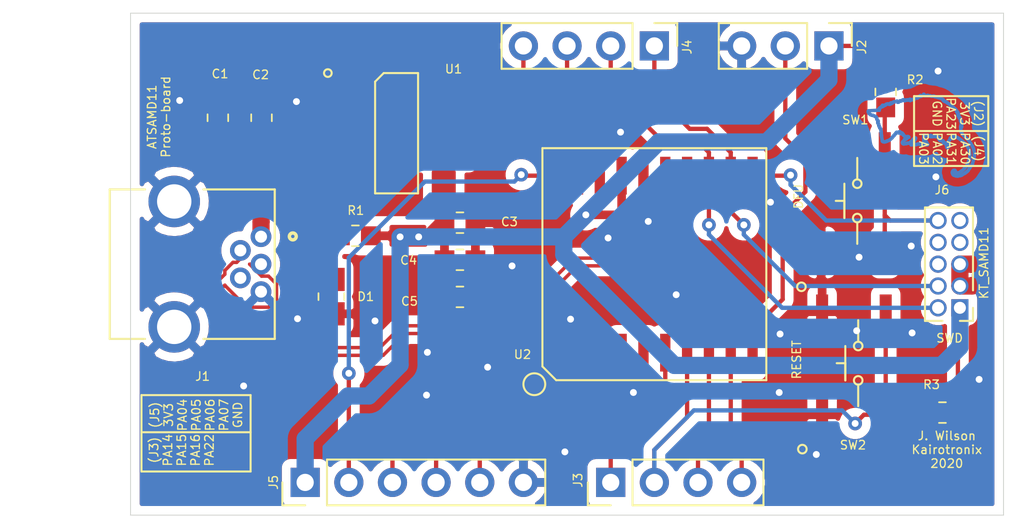
<source format=kicad_pcb>
(kicad_pcb (version 20171130) (host pcbnew "(5.1.6)-1")
  (layers (0 F.Cu signal) (31 B.Cu signal) (34 B.Paste user) (35 F.Paste user) (36 B.SilkS user) (37 F.SilkS user) (38 B.Mask user) (39 F.Mask user) (44 Edge.Cuts user))
  (net 0 "")
  (net 1 GND)
  (net 2 USB_VBUS)
  (net 3 3V3)
  (net 4 "Net-(D1-Pad1)")
  (net 5 "Net-(J1-Pad4)")
  (net 6 /PA23)
  (net 7 /PA22)
  (net 8 /PA14)
  (net 9 /PA15)
  (net 10 /PA16)
  (net 11 /PA31)
  (net 12 /PA02)
  (net 13 /PA03)
  (net 14 /PA30)
  (net 15 /PA07)
  (net 16 /PA06)
  (net 17 /PA04)
  (net 18 /PA05)
  (net 19 "Net-(J6-Pad8)")
  (net 20 "Net-(J6-Pad7)")
  (net 21 /PA28)
  (net 22 "Net-(J6-Pad5)")
  (net 23 "Net-(J6-Pad4)")
  (net 24 "Net-(U2-Pad5)")
  (net 25 "Net-(U2-Pad4)")
  (net 26 /USB_D+)
  (net 27 /USB_D-)
  (module graphics:obab (layer B.Cu) (at 147.574 105.918 180)
    (fp_text reference REF**)
    (fp_text value obab)
    (fp_line (start -2.999512 -2.58715) (end -2.997233 -2.5904) (layer B.Cu) (width 0.2))
    (fp_line (start -2.771647 -1.15794) (end -2.787381 -1.17623) (layer B.Cu) (width 0.2))
    (fp_line (start -2.689507 -1.07125) (end -2.771647 -1.15794) (layer B.Cu) (width 0.2))
    (fp_line (start -2.769043 -2.92233) (end -2.761501 -2.93296) (layer B.Cu) (width 0.2))
    (fp_line (start -3.066841 -2.34816) (end -3.062067 -2.36444) (layer B.Cu) (width 0.2))
    (fp_line (start -3.089736 -1.7115) (end -3.094564 -1.72994) (layer B.Cu) (width 0.2))
    (fp_line (start -3.100424 -1.75214) (end -3.118219 -1.86639) (layer B.Cu) (width 0.2))
    (fp_line (start -2.984864 -2.60814) (end -2.859212 -2.7843) (layer B.Cu) (width 0.2))
    (fp_line (start -3.118219 -1.86639) (end -3.127496 -1.9825) (layer B.Cu) (width 0.2))
    (fp_line (start -3.113282 -2.17933) (end -3.075142 -2.32011) (layer B.Cu) (width 0.2))
    (fp_line (start -3.127496 -1.9825) (end -3.129015 -2.00561) (layer B.Cu) (width 0.2))
    (fp_line (start -3.059788 -1.62019) (end -3.089736 -1.7115) (layer B.Cu) (width 0.2))
    (fp_line (start -3.019369 -1.53094) (end -3.059788 -1.62019) (layer B.Cu) (width 0.2))
    (fp_line (start -2.787381 -1.17623) (end -2.809733 -1.20211) (layer B.Cu) (width 0.2))
    (fp_line (start -2.454047 -0.83921) (end -2.560439 -0.95364) (layer B.Cu) (width 0.2))
    (fp_line (start -2.367893 -0.70927) (end -2.454047 -0.83921) (layer B.Cu) (width 0.2))
    (fp_line (start -2.35395 -0.68079) (end -2.367893 -0.70927) (layer B.Cu) (width 0.2))
    (fp_line (start -2.713433 -2.983578) (end -2.70855 -2.987646) (layer B.Cu) (width 0.2))
    (fp_line (start -3.062067 -2.36444) (end -3.019748 -2.52932) (layer B.Cu) (width 0.2))
    (fp_line (start -2.809733 -1.20211) (end -2.906575 -1.33975) (layer B.Cu) (width 0.2))
    (fp_line (start -2.992459 -1.48423) (end -3.009332 -1.51358) (layer B.Cu) (width 0.2))
    (fp_line (start -2.757921 -2.938061) (end -2.713433 -2.983578) (layer B.Cu) (width 0.2))
    (fp_line (start -3.014323 -2.54966) (end -2.999512 -2.58715) (layer B.Cu) (width 0.2))
    (fp_line (start -3.015354 -2.5458) (end -3.014323 -2.54966) (layer B.Cu) (width 0.2))
    (fp_line (start -3.131022 -2.03523) (end -3.113282 -2.17933) (layer B.Cu) (width 0.2))
    (fp_line (start -3.075142 -2.32011) (end -3.066841 -2.34816) (layer B.Cu) (width 0.2))
    (fp_line (start -2.351292 -0.67526) (end -2.35395 -0.68079) (layer B.Cu) (width 0.2))
    (fp_line (start -2.906575 -1.33975) (end -2.992459 -1.48423) (layer B.Cu) (width 0.2))
    (fp_line (start -2.602593 -0.98993) (end -2.689507 -1.07125) (layer B.Cu) (width 0.2))
    (fp_line (start -2.560439 -0.95364) (end -2.584472 -0.97436) (layer B.Cu) (width 0.2))
    (fp_line (start -2.343425 -0.6445) (end -2.351292 -0.67526) (layer B.Cu) (width 0.2))
    (fp_line (start -3.019748 -2.52932) (end -3.015354 -2.5458) (layer B.Cu) (width 0.2))
    (fp_line (start -2.70855 -2.987646) (end -2.698568 -2.995947) (layer B.Cu) (width 0.2))
    (fp_line (start -2.859212 -2.7843) (end -2.846843 -2.8021) (layer B.Cu) (width 0.2))
    (fp_line (start -3.009332 -1.51358) (end -3.019369 -1.53094) (layer B.Cu) (width 0.2))
    (fp_line (start -2.761501 -2.93296) (end -2.757921 -2.938061) (layer B.Cu) (width 0.2))
    (fp_line (start -3.129015 -2.00561) (end -3.131022 -2.03523) (layer B.Cu) (width 0.2))
    (fp_line (start -2.839464 -2.81279) (end -2.769043 -2.92233) (layer B.Cu) (width 0.2))
    (fp_line (start -3.094564 -1.72994) (end -3.100424 -1.75214) (layer B.Cu) (width 0.2))
    (fp_line (start -2.584472 -0.97436) (end -2.602593 -0.98993) (layer B.Cu) (width 0.2))
    (fp_line (start -2.846843 -2.8021) (end -2.839464 -2.81279) (layer B.Cu) (width 0.2))
    (fp_line (start -2.997233 -2.5904) (end -2.984864 -2.60814) (layer B.Cu) (width 0.2))
    (fp_line (start -2.341308 -0.55497) (end -2.340061 -0.59311) (layer B.Cu) (width 0.2))
    (fp_line (start -2.340603 -0.61211) (end -2.343425 -0.6445) (layer B.Cu) (width 0.2))
    (fp_line (start -2.3412 -0.36194) (end -2.336262 -0.35657) (layer B.Cu) (width 0.2))
    (fp_line (start -2.378853 -0.40323) (end -2.360894 -0.38359) (layer B.Cu) (width 0.2))
    (fp_line (start -2.254992 0.12059) (end -2.284071 0.0831) (layer B.Cu) (width 0.2))
    (fp_line (start -2.343371 -0.50414) (end -2.341308 -0.55497) (layer B.Cu) (width 0.2))
    (fp_line (start -2.295519 0.1182) (end -2.297256 0.10616) (layer B.Cu) (width 0.2))
    (fp_line (start -2.341146 -0.45341) (end -2.343371 -0.50414) (layer B.Cu) (width 0.2))
    (fp_line (start -2.325629 -0.05209) (end -2.342774 -0.0898) (layer B.Cu) (width 0.2))
    (fp_line (start -2.321994 -0.04472) (end -2.325629 -0.05209) (layer B.Cu) (width 0.2))
    (fp_line (start -2.331922 -0.03908) (end -2.33111 -0.03951) (layer B.Cu) (width 0.2))
    (fp_line (start -2.290744 0.13654) (end -2.293674 0.12732) (layer B.Cu) (width 0.2))
    (fp_line (start -2.369304 -0.13825) (end -2.37934 -0.15318) (layer B.Cu) (width 0.2))
    (fp_line (start -2.32921 -0.40312) (end -2.333658 -0.41511) (layer B.Cu) (width 0.2))
    (fp_line (start -2.259983 0.13893) (end -2.257107 0.14164) (layer B.Cu) (width 0.2))
    (fp_line (start -2.33534 -0.36205) (end -2.329915 -0.38419) (layer B.Cu) (width 0.2))
    (fp_line (start -2.362142 -0.23791) (end -2.363282 -0.23959) (layer B.Cu) (width 0.2))
    (fp_line (start -2.358887 -0.01944) (end -2.376519 -0.06615) (layer B.Cu) (width 0.2))
    (fp_line (start -2.257107 0.14164) (end -2.256239 0.14104) (layer B.Cu) (width 0.2))
    (fp_line (start -2.381999 -0.39644) (end -2.382867 -0.40768) (layer B.Cu) (width 0.2))
    (fp_line (start -2.328288 -0.40051) (end -2.32921 -0.40312) (layer B.Cu) (width 0.2))
    (fp_line (start -2.360406 -0.22343) (end -2.362142 -0.23791) (layer B.Cu) (width 0.2))
    (fp_line (start -2.381076 -0.27855) (end -2.384983 -0.31957) (layer B.Cu) (width 0.2))
    (fp_line (start -2.364854 -0.20987) (end -2.363607 -0.21062) (layer B.Cu) (width 0.2))
    (fp_line (start -2.293403 0.106919) (end -2.275174 0.12439) (layer B.Cu) (width 0.2))
    (fp_line (start -2.33111 -0.03951) (end -2.322862 -0.04423) (layer B.Cu) (width 0.2))
    (fp_line (start -2.370714 -0.20623) (end -2.364854 -0.20987) (layer B.Cu) (width 0.2))
    (fp_line (start -2.256239 0.14104) (end -2.247667 0.13459) (layer B.Cu) (width 0.2))
    (fp_line (start -2.21441 0.2145) (end -2.22054 0.20761) (layer B.Cu) (width 0.2))
    (fp_line (start -2.284071 0.0831) (end -2.324382 0.03378) (layer B.Cu) (width 0.2))
    (fp_line (start -2.297256 0.10616) (end -2.297797 0.10268) (layer B.Cu) (width 0.2))
    (fp_line (start -2.294108 0.126019) (end -2.295519 0.1182) (layer B.Cu) (width 0.2))
    (fp_line (start -2.297797 0.10268) (end -2.293403 0.106919) (layer B.Cu) (width 0.2))
    (fp_line (start -2.385308 -0.19072) (end -2.370714 -0.20623) (layer B.Cu) (width 0.2))
    (fp_line (start -2.275174 0.12439) (end -2.259983 0.13893) (layer B.Cu) (width 0.2))
    (fp_line (start -2.340386 -0.60582) (end -2.340603 -0.61211) (layer B.Cu) (width 0.2))
    (fp_line (start -2.340061 -0.59311) (end -2.340386 -0.60582) (layer B.Cu) (width 0.2))
    (fp_line (start -2.329915 -0.38419) (end -2.328288 -0.40051) (layer B.Cu) (width 0.2))
    (fp_line (start -2.336262 -0.35657) (end -2.33534 -0.36205) (layer B.Cu) (width 0.2))
    (fp_line (start -2.382867 -0.40768) (end -2.378853 -0.40323) (layer B.Cu) (width 0.2))
    (fp_line (start -2.363607 -0.21062) (end -2.360406 -0.22343) (layer B.Cu) (width 0.2))
    (fp_line (start -2.37934 -0.15318) (end -2.387967 -0.17205) (layer B.Cu) (width 0.2))
    (fp_line (start -2.3616 -0.12637) (end -2.366049 -0.13326) (layer B.Cu) (width 0.2))
    (fp_line (start -2.333658 -0.41511) (end -2.341146 -0.45341) (layer B.Cu) (width 0.2))
    (fp_line (start -2.360894 -0.38359) (end -2.3412 -0.36194) (layer B.Cu) (width 0.2))
    (fp_line (start -2.382921 -0.36254) (end -2.381999 -0.39644) (layer B.Cu) (width 0.2))
    (fp_line (start -2.384983 -0.31957) (end -2.382921 -0.36254) (layer B.Cu) (width 0.2))
    (fp_line (start -2.376519 -0.06615) (end -2.378689 -0.08226) (layer B.Cu) (width 0.2))
    (fp_line (start -2.246799 0.13393) (end -2.254992 0.12059) (layer B.Cu) (width 0.2))
    (fp_line (start -2.369412 -0.24812) (end -2.381076 -0.27855) (layer B.Cu) (width 0.2))
    (fp_line (start -2.247667 0.13459) (end -2.246799 0.13393) (layer B.Cu) (width 0.2))
    (fp_line (start -2.293674 0.12732) (end -2.294108 0.126019) (layer B.Cu) (width 0.2))
    (fp_line (start -2.206868 0.22622) (end -2.21441 0.2145) (layer B.Cu) (width 0.2))
    (fp_line (start -2.363282 -0.23959) (end -2.369412 -0.24812) (layer B.Cu) (width 0.2))
    (fp_line (start -2.387967 -0.17205) (end -2.385308 -0.19072) (layer B.Cu) (width 0.2))
    (fp_line (start -2.230578 0.200719) (end -2.265354 0.17267) (layer B.Cu) (width 0.2))
    (fp_line (start -2.222982 0.205879) (end -2.230578 0.200719) (layer B.Cu) (width 0.2))
    (fp_line (start -2.342774 -0.0898) (end -2.3616 -0.12637) (layer B.Cu) (width 0.2))
    (fp_line (start -2.378689 -0.08226) (end -2.331922 -0.03908) (layer B.Cu) (width 0.2))
    (fp_line (start -2.324382 0.03378) (end -2.358887 -0.01944) (layer B.Cu) (width 0.2))
    (fp_line (start -2.366049 -0.13326) (end -2.369304 -0.13825) (layer B.Cu) (width 0.2))
    (fp_line (start -2.322862 -0.04423) (end -2.321994 -0.04472) (layer B.Cu) (width 0.2))
    (fp_line (start -2.265354 0.17267) (end -2.290744 0.13654) (layer B.Cu) (width 0.2))
    (fp_line (start -2.22054 0.20761) (end -2.222982 0.205879) (layer B.Cu) (width 0.2))
    (fp_line (start -1.93517 -3.205094) (end -1.92383 -3.199507) (layer B.Cu) (width 0.2))
    (fp_line (start -2.381239 -3.205311) (end -2.341689 -3.22099) (layer B.Cu) (width 0.2))
    (fp_line (start -2.409235 -3.188547) (end -2.393229 -3.19815) (layer B.Cu) (width 0.2))
    (fp_line (start -2.570096 -3.093821) (end -2.409235 -3.188547) (layer B.Cu) (width 0.2))
    (fp_line (start -1.92383 -3.199507) (end -1.89339 -3.175364) (layer B.Cu) (width 0.2))
    (fp_line (start -2.03906 -3.053239) (end -2.0772 -3.068375) (layer B.Cu) (width 0.2))
    (fp_line (start -2.0772 -3.068375) (end -2.11816 -3.075375) (layer B.Cu) (width 0.2))
    (fp_line (start -2.00993 -2.94875) (end -2.02116 -2.976361) (layer B.Cu) (width 0.2))
    (fp_line (start -1.86811 -2.97593) (end -1.89095 -2.94679) (layer B.Cu) (width 0.2))
    (fp_line (start -1.91271 -2.92829) (end -1.92063 -2.9233) (layer B.Cu) (width 0.2))
    (fp_line (start -2.597819 -2.74795) (end -2.648329 -2.68508) (layer B.Cu) (width 0.2))
    (fp_line (start -2.355957 -2.97793) (end -2.358724 -2.97549) (layer B.Cu) (width 0.2))
    (fp_line (start -1.92063 -2.9233) (end -1.92486 -2.92064) (layer B.Cu) (width 0.2))
    (fp_line (start -2.698568 -2.995947) (end -2.648438 -3.037506) (layer B.Cu) (width 0.2))
    (fp_line (start -2.529026 -2.83818) (end -2.538683 -2.82445) (layer B.Cu) (width 0.2))
    (fp_line (start -2.11816 -3.075375) (end -2.12614 -3.075537) (layer B.Cu) (width 0.2))
    (fp_line (start -2.03027 -3.047542) (end -2.0325 -3.049007) (layer B.Cu) (width 0.2))
    (fp_line (start -1.85379 -3.009674) (end -1.86811 -2.97593) (layer B.Cu) (width 0.2))
    (fp_line (start -1.98931 -2.92488) (end -1.99354 -2.92715) (layer B.Cu) (width 0.2))
    (fp_line (start -1.92486 -2.92064) (end -1.95443 -2.91636) (layer B.Cu) (width 0.2))
    (fp_line (start -1.89339 -3.175364) (end -1.86757 -3.137765) (layer B.Cu) (width 0.2))
    (fp_line (start -1.84917 -3.037885) (end -1.85379 -3.009674) (layer B.Cu) (width 0.2))
    (fp_line (start -2.17768 -3.250776) (end -2.155817 -3.255388) (layer B.Cu) (width 0.2))
    (fp_line (start -2.191297 -3.2479) (end -2.17768 -3.250776) (layer B.Cu) (width 0.2))
    (fp_line (start -2.232585 -3.241661) (end -2.191297 -3.2479) (layer B.Cu) (width 0.2))
    (fp_line (start -2.393229 -3.19815) (end -2.381239 -3.205311) (layer B.Cu) (width 0.2))
    (fp_line (start -2.664876 -2.66283) (end -2.699978 -2.61558) (layer B.Cu) (width 0.2))
    (fp_line (start -2.699978 -2.61558) (end -2.729547 -2.56583) (layer B.Cu) (width 0.2))
    (fp_line (start -2.02116 -2.976361) (end -2.02273 -2.981625) (layer B.Cu) (width 0.2))
    (fp_line (start -1.86757 -3.137765) (end -1.85411 -3.094363) (layer B.Cu) (width 0.2))
    (fp_line (start -1.84983 -3.059044) (end -1.84945 -3.047271) (layer B.Cu) (width 0.2))
    (fp_line (start -2.648329 -2.68508) (end -2.657932 -2.67216) (layer B.Cu) (width 0.2))
    (fp_line (start -2.358724 -2.97549) (end -2.390733 -2.956231) (layer B.Cu) (width 0.2))
    (fp_line (start -2.12614 -3.075537) (end -2.148654 -3.075971) (layer B.Cu) (width 0.2))
    (fp_line (start -2.648438 -3.037506) (end -2.596517 -3.076514) (layer B.Cu) (width 0.2))
    (fp_line (start -2.657932 -2.67216) (end -2.664876 -2.66283) (layer B.Cu) (width 0.2))
    (fp_line (start -1.98476 -2.92233) (end -1.98931 -2.92488) (layer B.Cu) (width 0.2))
    (fp_line (start -2.54796 -2.81127) (end -2.597819 -2.74795) (layer B.Cu) (width 0.2))
    (fp_line (start -2.02539 -3.000287) (end -2.02555 -3.020524) (layer B.Cu) (width 0.2))
    (fp_line (start -2.02409 -2.986074) (end -2.02539 -3.000287) (layer B.Cu) (width 0.2))
    (fp_line (start -2.287651 -3.233632) (end -2.232585 -3.241661) (layer B.Cu) (width 0.2))
    (fp_line (start -1.85411 -3.094363) (end -1.84983 -3.059044) (layer B.Cu) (width 0.2))
    (fp_line (start -1.99354 -2.92715) (end -2.00993 -2.94875) (layer B.Cu) (width 0.2))
    (fp_line (start -1.95454 -3.214535) (end -1.93517 -3.205094) (layer B.Cu) (width 0.2))
    (fp_line (start -2.155817 -3.255388) (end -2.05263 -3.249094) (layer B.Cu) (width 0.2))
    (fp_line (start -2.538683 -2.82445) (end -2.54796 -2.81127) (layer B.Cu) (width 0.2))
    (fp_line (start -2.341689 -3.22099) (end -2.287651 -3.233632) (layer B.Cu) (width 0.2))
    (fp_line (start -2.473307 -2.89753) (end -2.529026 -2.83818) (layer B.Cu) (width 0.2))
    (fp_line (start -2.02273 -2.981625) (end -2.02409 -2.986074) (layer B.Cu) (width 0.2))
    (fp_line (start -2.408311 -2.94609) (end -2.473307 -2.89753) (layer B.Cu) (width 0.2))
    (fp_line (start -2.393935 -2.95439) (end -2.408311 -2.94609) (layer B.Cu) (width 0.2))
    (fp_line (start -1.84945 -3.047271) (end -1.84917 -3.037885) (layer B.Cu) (width 0.2))
    (fp_line (start -2.250163 -3.049388) (end -2.339572 -2.992583) (layer B.Cu) (width 0.2))
    (fp_line (start -2.0325 -3.049007) (end -2.03906 -3.053239) (layer B.Cu) (width 0.2))
    (fp_line (start -1.95443 -2.91636) (end -1.98476 -2.92233) (layer B.Cu) (width 0.2))
    (fp_line (start -2.390733 -2.956231) (end -2.393935 -2.95439) (layer B.Cu) (width 0.2))
    (fp_line (start -2.148654 -3.075971) (end -2.250163 -3.049388) (layer B.Cu) (width 0.2))
    (fp_line (start -2.585667 -3.083621) (end -2.570096 -3.093821) (layer B.Cu) (width 0.2))
    (fp_line (start -2.339572 -2.992583) (end -2.355957 -2.97793) (layer B.Cu) (width 0.2))
    (fp_line (start -2.05263 -3.249094) (end -1.95454 -3.214535) (layer B.Cu) (width 0.2))
    (fp_line (start -1.89095 -2.94679) (end -1.91271 -2.92829) (layer B.Cu) (width 0.2))
    (fp_line (start -2.596517 -3.076514) (end -2.585667 -3.083621) (layer B.Cu) (width 0.2))
    (fp_line (start -2.02675 -3.038157) (end -2.03027 -3.047542) (layer B.Cu) (width 0.2))
    (fp_line (start -2.02555 -3.020524) (end -2.02675 -3.038157) (layer B.Cu) (width 0.2))
    (fp_line (start 1.55708 1.05788) (end 1.55171 1.05928) (layer B.Cu) (width 0.2))
    (fp_line (start 1.56104 1.05684) (end 1.55708 1.05788) (layer B.Cu) (width 0.2))
    (fp_line (start 1.59923 1.04002) (end 1.56104 1.05684) (layer B.Cu) (width 0.2))
    (fp_line (start 1.60248 1.03759) (end 1.59923 1.04002) (layer B.Cu) (width 0.2))
    (fp_line (start 1.60715 1.03411) (end 1.60248 1.03759) (layer B.Cu) (width 0.2))
    (fp_line (start 1.65414 0.98935) (end 1.64979 0.99336) (layer B.Cu) (width 0.2))
    (fp_line (start 1.33609 1.05473) (end 1.33344 1.05093) (layer B.Cu) (width 0.2))
    (fp_line (start 1.33919 1.05923) (end 1.33609 1.05473) (layer B.Cu) (width 0.2))
    (fp_line (start 1.37246 1.10485) (end 1.33919 1.05923) (layer B.Cu) (width 0.2))
    (fp_line (start 1.37608 1.10979) (end 1.37246 1.10485) (layer B.Cu) (width 0.2))
    (fp_line (start 1.64979 0.99336) (end 1.60715 1.03411) (layer B.Cu) (width 0.2))
    (fp_line (start 1.38146 1.10442) (end 1.37608 1.10979) (layer B.Cu) (width 0.2))
    (fp_line (start 1.3985 1.08896) (end 1.38146 1.10442) (layer B.Cu) (width 0.2))
    (fp_line (start 1.47857 1.07474) (end 1.47162 1.0716) (layer B.Cu) (width 0.2))
    (fp_line (start 1.42215 1.07366) (end 1.3985 1.08896) (layer B.Cu) (width 0.2))
    (fp_line (start 1.44834 1.06764) (end 1.42215 1.07366) (layer B.Cu) (width 0.2))
    (fp_line (start 1.47162 1.0716) (end 1.44834 1.06764) (layer B.Cu) (width 0.2))
    (fp_line (start 1.47928 1.07507) (end 1.47857 1.07474) (layer B.Cu) (width 0.2))
    (fp_line (start 1.48437 1.07274) (end 1.47928 1.07507) (layer B.Cu) (width 0.2))
    (fp_line (start 1.49034 1.06927) (end 1.48437 1.07274) (layer B.Cu) (width 0.2))
    (fp_line (start 1.49154 1.06904) (end 1.49034 1.06927) (layer B.Cu) (width 0.2))
    (fp_line (start 1.49696 1.06807) (end 1.49154 1.06904) (layer B.Cu) (width 0.2))
    (fp_line (start 1.55171 1.05928) (end 1.49696 1.06807) (layer B.Cu) (width 0.2))
    (fp_line (start 2.20519 0.79648) (end 2.18311 0.81091) (layer B.Cu) (width 0.2))
    (fp_line (start 2.27501 0.77999) (end 2.27626 0.78053) (layer B.Cu) (width 0.2))
    (fp_line (start 2.20589 0.85773) (end 2.1945 0.85561) (layer B.Cu) (width 0.2))
    (fp_line (start 2.20747 0.79479) (end 2.20725 0.79485) (layer B.Cu) (width 0.2))
    (fp_line (start 1.85818 0.93629) (end 1.82487 0.92349) (layer B.Cu) (width 0.2))
    (fp_line (start 1.73844 0.94746) (end 1.73291 0.94811) (layer B.Cu) (width 0.2))
    (fp_line (start 1.95232 0.93949) (end 1.90484 0.94384) (layer B.Cu) (width 0.2))
    (fp_line (start 1.79932 0.92707) (end 1.79786 0.92782) (layer B.Cu) (width 0.2))
    (fp_line (start 1.98752 0.92816) (end 1.95232 0.93949) (layer B.Cu) (width 0.2))
    (fp_line (start 2.2628 0.77472) (end 2.26383 0.77521) (layer B.Cu) (width 0.2))
    (fp_line (start 2.27219 0.7725) (end 2.2628 0.77472) (layer B.Cu) (width 0.2))
    (fp_line (start 1.65772 0.98604) (end 1.65414 0.98935) (layer B.Cu) (width 0.2))
    (fp_line (start 2.36182 0.71732) (end 2.33322 0.74282) (layer B.Cu) (width 0.2))
    (fp_line (start 2.18077 0.81216) (end 2.17839 0.81346) (layer B.Cu) (width 0.2))
    (fp_line (start 2.19634 0.82821) (end 2.19721 0.82534) (layer B.Cu) (width 0.2))
    (fp_line (start 2.06304 0.86413) (end 2.05897 0.8701) (layer B.Cu) (width 0.2))
    (fp_line (start 2.1473 0.83099) (end 2.13222 0.84904) (layer B.Cu) (width 0.2))
    (fp_line (start 1.72097 0.99461) (end 1.72022 0.99407) (layer B.Cu) (width 0.2))
    (fp_line (start 2.06966 0.86592) (end 2.06304 0.86413) (layer B.Cu) (width 0.2))
    (fp_line (start 2.17839 0.81346) (end 2.15414 0.82377) (layer B.Cu) (width 0.2))
    (fp_line (start 1.74316 0.99347) (end 1.73969 0.99364) (layer B.Cu) (width 0.2))
    (fp_line (start 2.19721 0.82534) (end 2.20887 0.79702) (layer B.Cu) (width 0.2))
    (fp_line (start 2.271 0.78725) (end 2.22082 0.85089) (layer B.Cu) (width 0.2))
    (fp_line (start 1.74225 0.98946) (end 1.74316 0.99347) (layer B.Cu) (width 0.2))
    (fp_line (start 1.73291 0.94811) (end 1.73366 0.9517) (layer B.Cu) (width 0.2))
    (fp_line (start 2.33322 0.74282) (end 2.29964 0.76214) (layer B.Cu) (width 0.2))
    (fp_line (start 1.79786 0.92782) (end 1.79265 0.9306) (layer B.Cu) (width 0.2))
    (fp_line (start 2.05897 0.8701) (end 2.03451 0.89685) (layer B.Cu) (width 0.2))
    (fp_line (start 2.09044 0.8682) (end 2.06966 0.86592) (layer B.Cu) (width 0.2))
    (fp_line (start 2.13222 0.84904) (end 2.11264 0.86338) (layer B.Cu) (width 0.2))
    (fp_line (start 2.1945 0.85561) (end 2.19254 0.85545) (layer B.Cu) (width 0.2))
    (fp_line (start 2.00489 0.91888) (end 1.99821 0.92241) (layer B.Cu) (width 0.2))
    (fp_line (start 2.29964 0.76214) (end 2.27219 0.7725) (layer B.Cu) (width 0.2))
    (fp_line (start 1.90484 0.94384) (end 1.85818 0.93629) (layer B.Cu) (width 0.2))
    (fp_line (start 2.21007 0.79414) (end 2.2098 0.7942) (layer B.Cu) (width 0.2))
    (fp_line (start 2.11264 0.86338) (end 2.09044 0.8682) (layer B.Cu) (width 0.2))
    (fp_line (start 2.19254 0.85545) (end 2.19282 0.85317) (layer B.Cu) (width 0.2))
    (fp_line (start 2.15169 0.82453) (end 2.1473 0.83099) (layer B.Cu) (width 0.2))
    (fp_line (start 2.2149 0.85778) (end 2.20589 0.85773) (layer B.Cu) (width 0.2))
    (fp_line (start 1.7163 0.99152) (end 1.70415 0.98431) (layer B.Cu) (width 0.2))
    (fp_line (start 1.72771 0.99484) (end 1.72097 0.99461) (layer B.Cu) (width 0.2))
    (fp_line (start 1.73969 0.99364) (end 1.72771 0.99484) (layer B.Cu) (width 0.2))
    (fp_line (start 1.73366 0.9517) (end 1.74225 0.98946) (layer B.Cu) (width 0.2))
    (fp_line (start 1.79265 0.9306) (end 1.73844 0.94746) (layer B.Cu) (width 0.2))
    (fp_line (start 2.27626 0.78053) (end 2.271 0.78725) (layer B.Cu) (width 0.2))
    (fp_line (start 2.21566 0.85686) (end 2.2149 0.85778) (layer B.Cu) (width 0.2))
    (fp_line (start 2.20725 0.79485) (end 2.20519 0.79648) (layer B.Cu) (width 0.2))
    (fp_line (start 2.2098 0.7942) (end 2.20747 0.79479) (layer B.Cu) (width 0.2))
    (fp_line (start 2.20887 0.79702) (end 2.21007 0.79414) (layer B.Cu) (width 0.2))
    (fp_line (start 1.99821 0.92241) (end 1.98752 0.92816) (layer B.Cu) (width 0.2))
    (fp_line (start 2.15414 0.82377) (end 2.15169 0.82453) (layer B.Cu) (width 0.2))
    (fp_line (start 1.67139 0.97888) (end 1.65772 0.98604) (layer B.Cu) (width 0.2))
    (fp_line (start 1.68798 0.97823) (end 1.67139 0.97888) (layer B.Cu) (width 0.2))
    (fp_line (start 1.70415 0.98431) (end 1.68798 0.97823) (layer B.Cu) (width 0.2))
    (fp_line (start 1.72022 0.99407) (end 1.7163 0.99152) (layer B.Cu) (width 0.2))
    (fp_line (start 1.81343 0.91845) (end 1.79932 0.92707) (layer B.Cu) (width 0.2))
    (fp_line (start 1.81478 0.91752) (end 1.81343 0.91845) (layer B.Cu) (width 0.2))
    (fp_line (start 1.82487 0.92349) (end 1.81478 0.91752) (layer B.Cu) (width 0.2))
    (fp_line (start 2.03451 0.89685) (end 2.00489 0.91888) (layer B.Cu) (width 0.2))
    (fp_line (start 2.22082 0.85089) (end 2.21566 0.85686) (layer B.Cu) (width 0.2))
    (fp_line (start 2.18311 0.81091) (end 2.18077 0.81216) (layer B.Cu) (width 0.2))
    (fp_line (start 2.19569 0.83039) (end 2.19634 0.82821) (layer B.Cu) (width 0.2))
    (fp_line (start 2.19282 0.85317) (end 2.19569 0.83039) (layer B.Cu) (width 0.2))
    (fp_line (start 2.26383 0.77521) (end 2.27501 0.77999) (layer B.Cu) (width 0.2))
    (fp_line (start 2.51758 0.57268) (end 2.51302 0.573) (layer B.Cu) (width 0.2))
    (fp_line (start 2.94634 0.54935) (end 2.55654 0.57024) (layer B.Cu) (width 0.2))
    (fp_line (start 2.38373 0.68596) (end 2.37929 0.69438) (layer B.Cu) (width 0.2))
    (fp_line (start 2.4018 0.67799) (end 2.40072 0.67929) (layer B.Cu) (width 0.2))
    (fp_line (start 2.4605 0.60003) (end 2.4355 0.61321) (layer B.Cu) (width 0.2))
    (fp_line (start 2.48986 0.58023) (end 2.46875 0.59292) (layer B.Cu) (width 0.2))
    (fp_line (start 2.38541 0.6857) (end 2.38373 0.68596) (layer B.Cu) (width 0.2))
    (fp_line (start 2.39984 0.68032) (end 2.38541 0.6857) (layer B.Cu) (width 0.2))
    (fp_line (start 2.40072 0.67929) (end 2.39984 0.68032) (layer B.Cu) (width 0.2))
    (fp_line (start 2.40153 0.65493) (end 2.40365 0.66709) (layer B.Cu) (width 0.2))
    (fp_line (start 2.3979 0.64793) (end 2.40044 0.65254) (layer B.Cu) (width 0.2))
    (fp_line (start 2.40311 0.62178) (end 2.39811 0.64511) (layer B.Cu) (width 0.2))
    (fp_line (start 2.40365 0.61945) (end 2.40311 0.62178) (layer B.Cu) (width 0.2))
    (fp_line (start 2.46875 0.59292) (end 2.46528 0.59591) (layer B.Cu) (width 0.2))
    (fp_line (start 2.40072 0.65298) (end 2.40153 0.65493) (layer B.Cu) (width 0.2))
    (fp_line (start 2.40044 0.65254) (end 2.40072 0.65298) (layer B.Cu) (width 0.2))
    (fp_line (start 2.39762 0.64745) (end 2.3979 0.64793) (layer B.Cu) (width 0.2))
    (fp_line (start 2.98536 0.54761) (end 2.94634 0.54935) (layer B.Cu) (width 0.2))
    (fp_line (start 2.40907 0.61907) (end 2.40365 0.61945) (layer B.Cu) (width 0.2))
    (fp_line (start 2.4355 0.61321) (end 2.40907 0.61907) (layer B.Cu) (width 0.2))
    (fp_line (start 2.46528 0.59591) (end 2.4605 0.60003) (layer B.Cu) (width 0.2))
    (fp_line (start 2.39811 0.64511) (end 2.39762 0.64745) (layer B.Cu) (width 0.2))
    (fp_line (start 2.51302 0.573) (end 2.48986 0.58023) (layer B.Cu) (width 0.2))
    (fp_line (start 2.55654 0.57024) (end 2.51758 0.57268) (layer B.Cu) (width 0.2))
    (fp_line (start 2.37929 0.69438) (end 2.36182 0.71732) (layer B.Cu) (width 0.2))
    (fp_line (start 2.40365 0.66709) (end 2.4018 0.67799) (layer B.Cu) (width 0.2))
    (fp_line (start -2.20535 0.249) (end -2.202094 0.24467) (layer B.Cu) (width 0.2))
    (fp_line (start -2.211589 0.26453) (end -2.20535 0.249) (layer B.Cu) (width 0.2))
    (fp_line (start -2.201281 0.24353) (end -2.202149 0.2375) (layer B.Cu) (width 0.2))
    (fp_line (start -2.202094 0.24467) (end -2.201281 0.24353) (layer B.Cu) (width 0.2))
    (fp_line (start -0.40929 -1.41614) (end -0.40603 -1.42248) (layer B.Cu) (width 0.2))
    (fp_line (start -0.21935 -1.23059) (end -0.22591 -1.23341) (layer B.Cu) (width 0.2))
    (fp_line (start -0.18702 -1.08123) (end -0.1856 -1.08183) (layer B.Cu) (width 0.2))
    (fp_line (start -0.1856 -1.08183) (end -0.18543 -1.08194) (layer B.Cu) (width 0.2))
    (fp_line (start -0.25803 -1.24584) (end -0.28499 -1.25566) (layer B.Cu) (width 0.2))
    (fp_line (start -0.36046 -1.35537) (end -0.3717 -1.36043) (layer B.Cu) (width 0.2))
    (fp_line (start -0.18593 -1.09296) (end -0.19032 -1.20308) (layer B.Cu) (width 0.2))
    (fp_line (start -0.02577 -1.43361) (end -0.01877 -1.43025) (layer B.Cu) (width 0.2))
    (fp_line (start -0.08252 -1.41371) (end -0.07449 -1.42959) (layer B.Cu) (width 0.2))
    (fp_line (start -0.34614 -1.43686) (end -0.3252 -1.42971) (layer B.Cu) (width 0.2))
    (fp_line (start -0.11741 -1.36297) (end -0.09689 -1.38196) (layer B.Cu) (width 0.2))
    (fp_line (start -0.15924 -1.35364) (end -0.14134 -1.35352) (layer B.Cu) (width 0.2))
    (fp_line (start -0.3252 -1.42971) (end -0.31868 -1.4264) (layer B.Cu) (width 0.2))
    (fp_line (start -0.289 -1.25718) (end -0.29498 -1.25826) (layer B.Cu) (width 0.2))
    (fp_line (start -0.31868 -1.4264) (end -0.3061 -1.41994) (layer B.Cu) (width 0.2))
    (fp_line (start -0.33789 -1.26911) (end -0.32932 -1.283) (layer B.Cu) (width 0.2))
    (fp_line (start -0.39253 -1.43551) (end -0.37164 -1.44012) (layer B.Cu) (width 0.2))
    (fp_line (start -0.40603 -1.42248) (end -0.40403 -1.4264) (layer B.Cu) (width 0.2))
    (fp_line (start -0.40489 -1.38707) (end -0.40929 -1.41614) (layer B.Cu) (width 0.2))
    (fp_line (start -0.19075 -1.21409) (end -0.19282 -1.21583) (layer B.Cu) (width 0.2))
    (fp_line (start -0.18543 -1.08194) (end -0.18593 -1.09296) (layer B.Cu) (width 0.2))
    (fp_line (start -0.28499 -1.25566) (end -0.289 -1.25718) (layer B.Cu) (width 0.2))
    (fp_line (start -0.31797 -1.30144) (end -0.31499 -1.30633) (layer B.Cu) (width 0.2))
    (fp_line (start -0.40403 -1.4264) (end -0.39253 -1.43551) (layer B.Cu) (width 0.2))
    (fp_line (start -0.29498 -1.25826) (end -0.31814 -1.26261) (layer B.Cu) (width 0.2))
    (fp_line (start -0.37164 -1.44012) (end -0.34614 -1.43686) (layer B.Cu) (width 0.2))
    (fp_line (start -0.19282 -1.21583) (end -0.21691 -1.22951) (layer B.Cu) (width 0.2))
    (fp_line (start -0.03032 -1.43572) (end -0.02577 -1.43361) (layer B.Cu) (width 0.2))
    (fp_line (start -0.22591 -1.23341) (end -0.25803 -1.24584) (layer B.Cu) (width 0.2))
    (fp_line (start -0.21691 -1.22951) (end -0.21935 -1.23059) (layer B.Cu) (width 0.2))
    (fp_line (start -0.01877 -1.43025) (end 0.01476 -1.4093) (layer B.Cu) (width 0.2))
    (fp_line (start -0.33941 -1.26657) (end -0.33789 -1.26911) (layer B.Cu) (width 0.2))
    (fp_line (start 0.01476 -1.4093) (end 0.04883 -1.3914) (layer B.Cu) (width 0.2))
    (fp_line (start -0.09689 -1.38196) (end -0.08582 -1.40116) (layer B.Cu) (width 0.2))
    (fp_line (start -0.19032 -1.20308) (end -0.19075 -1.21409) (layer B.Cu) (width 0.2))
    (fp_line (start -0.04481 -1.44018) (end -0.03032 -1.43572) (layer B.Cu) (width 0.2))
    (fp_line (start -0.17735 -1.36129) (end -0.16428 -1.35582) (layer B.Cu) (width 0.2))
    (fp_line (start -0.07449 -1.42959) (end -0.06125 -1.43958) (layer B.Cu) (width 0.2))
    (fp_line (start -0.08582 -1.40116) (end -0.08399 -1.40811) (layer B.Cu) (width 0.2))
    (fp_line (start -0.3061 -1.41994) (end -0.17735 -1.36129) (layer B.Cu) (width 0.2))
    (fp_line (start -0.3717 -1.36043) (end -0.40489 -1.38707) (layer B.Cu) (width 0.2))
    (fp_line (start -0.32932 -1.283) (end -0.31797 -1.30144) (layer B.Cu) (width 0.2))
    (fp_line (start -0.14134 -1.35352) (end -0.11741 -1.36297) (layer B.Cu) (width 0.2))
    (fp_line (start -0.31549 -1.31083) (end -0.32824 -1.33297) (layer B.Cu) (width 0.2))
    (fp_line (start -0.32824 -1.33297) (end -0.35368 -1.35229) (layer B.Cu) (width 0.2))
    (fp_line (start -0.06125 -1.43958) (end -0.04481 -1.44018) (layer B.Cu) (width 0.2))
    (fp_line (start -0.08399 -1.40811) (end -0.08252 -1.41371) (layer B.Cu) (width 0.2))
    (fp_line (start -0.3361 -1.26591) (end -0.33941 -1.26657) (layer B.Cu) (width 0.2))
    (fp_line (start -0.16428 -1.35582) (end -0.15924 -1.35364) (layer B.Cu) (width 0.2))
    (fp_line (start -0.35368 -1.35229) (end -0.36046 -1.35537) (layer B.Cu) (width 0.2))
    (fp_line (start -0.31499 -1.30633) (end -0.31549 -1.31083) (layer B.Cu) (width 0.2))
    (fp_line (start -0.31814 -1.26261) (end -0.3361 -1.26591) (layer B.Cu) (width 0.2))
    (fp_line (start -0.19054 -0.90632) (end -0.19038 -0.90854) (layer B.Cu) (width 0.2))
    (fp_line (start -0.21853 -0.88164) (end -0.21685 -0.8813) (layer B.Cu) (width 0.2))
    (fp_line (start -0.55561 -0.90632) (end -0.55502 -0.90762) (layer B.Cu) (width 0.2))
    (fp_line (start -0.35525 -0.91186) (end -0.32998 -0.92075) (layer B.Cu) (width 0.2))
    (fp_line (start -0.56077 -0.92476) (end -0.56163 -0.92623) (layer B.Cu) (width 0.2))
    (fp_line (start -0.55502 -0.90762) (end -0.55453 -0.90871) (layer B.Cu) (width 0.2))
    (fp_line (start -0.79227 -0.94696) (end -0.75179 -0.94262) (layer B.Cu) (width 0.2))
    (fp_line (start -0.56163 -0.92623) (end -0.56348 -0.92916) (layer B.Cu) (width 0.2))
    (fp_line (start -0.36502 -0.90632) (end -0.36078 -0.90871) (layer B.Cu) (width 0.2))
    (fp_line (start -0.56234 -0.90096) (end -0.55561 -0.90632) (layer B.Cu) (width 0.2))
    (fp_line (start -0.18711 -1.08118) (end -0.18702 -1.08123) (layer B.Cu) (width 0.2))
    (fp_line (start -0.71235 -0.95233) (end -0.70453 -0.95825) (layer B.Cu) (width 0.2))
    (fp_line (start -0.32998 -0.92075) (end -0.30334 -0.91451) (layer B.Cu) (width 0.2))
    (fp_line (start -0.60216 -0.89607) (end -0.58003 -0.89634) (layer B.Cu) (width 0.2))
    (fp_line (start -0.18717 -1.07918) (end -0.18711 -1.08118) (layer B.Cu) (width 0.2))
    (fp_line (start -0.18728 -1.05915) (end -0.18717 -1.07918) (layer B.Cu) (width 0.2))
    (fp_line (start -0.19466 -1.03018) (end -0.19206 -1.03968) (layer B.Cu) (width 0.2))
    (fp_line (start -0.38867 -0.89541) (end -0.36502 -0.90632) (layer B.Cu) (width 0.2))
    (fp_line (start -0.19895 -0.98255) (end -0.19466 -1.03018) (layer B.Cu) (width 0.2))
    (fp_line (start -0.19032 -0.91012) (end -0.18967 -0.92596) (layer B.Cu) (width 0.2))
    (fp_line (start -0.47814 -0.92607) (end -0.47271 -0.92384) (layer B.Cu) (width 0.2))
    (fp_line (start -0.25966 -0.89205) (end -0.22536 -0.88294) (layer B.Cu) (width 0.2))
    (fp_line (start -0.19396 -0.89986) (end -0.19054 -0.90632) (layer B.Cu) (width 0.2))
    (fp_line (start -0.20177 -0.89075) (end -0.19396 -0.89986) (layer B.Cu) (width 0.2))
    (fp_line (start -0.41232 -0.89108) (end -0.38867 -0.89541) (layer B.Cu) (width 0.2))
    (fp_line (start -0.30334 -0.91451) (end -0.29704 -0.91018) (layer B.Cu) (width 0.2))
    (fp_line (start -0.21685 -0.8813) (end -0.21093 -0.88375) (layer B.Cu) (width 0.2))
    (fp_line (start -0.22536 -0.88294) (end -0.21853 -0.88164) (layer B.Cu) (width 0.2))
    (fp_line (start -0.2915 -0.90626) (end -0.25966 -0.89205) (layer B.Cu) (width 0.2))
    (fp_line (start -0.47271 -0.92384) (end -0.44743 -0.90734) (layer B.Cu) (width 0.2))
    (fp_line (start -0.42199 -0.89303) (end -0.4165 -0.89194) (layer B.Cu) (width 0.2))
    (fp_line (start -0.44743 -0.90734) (end -0.42199 -0.89303) (layer B.Cu) (width 0.2))
    (fp_line (start -0.48632 -0.92937) (end -0.47814 -0.92607) (layer B.Cu) (width 0.2))
    (fp_line (start -0.57552 -0.95791) (end -0.52897 -0.94371) (layer B.Cu) (width 0.2))
    (fp_line (start -0.65691 -0.93637) (end -0.64436 -0.91782) (layer B.Cu) (width 0.2))
    (fp_line (start -0.56348 -0.92916) (end -0.58354 -0.95814) (layer B.Cu) (width 0.2))
    (fp_line (start -0.55631 -0.91641) (end -0.56077 -0.92476) (layer B.Cu) (width 0.2))
    (fp_line (start -0.62554 -0.90258) (end -0.60216 -0.89607) (layer B.Cu) (width 0.2))
    (fp_line (start -0.55453 -0.90871) (end -0.55631 -0.91641) (layer B.Cu) (width 0.2))
    (fp_line (start -0.70453 -0.95825) (end -0.70025 -0.9615) (layer B.Cu) (width 0.2))
    (fp_line (start -0.58003 -0.89634) (end -0.57275 -0.89743) (layer B.Cu) (width 0.2))
    (fp_line (start -0.75179 -0.94262) (end -0.71235 -0.95233) (layer B.Cu) (width 0.2))
    (fp_line (start -0.57113 -0.89764) (end -0.56234 -0.90096) (layer B.Cu) (width 0.2))
    (fp_line (start -0.57275 -0.89743) (end -0.57113 -0.89764) (layer B.Cu) (width 0.2))
    (fp_line (start -0.70025 -0.9615) (end -0.67996 -0.964) (layer B.Cu) (width 0.2))
    (fp_line (start -0.18728 -1.05721) (end -0.18728 -1.05915) (layer B.Cu) (width 0.2))
    (fp_line (start -0.21093 -0.88375) (end -0.20177 -0.89075) (layer B.Cu) (width 0.2))
    (fp_line (start -0.66286 -0.94864) (end -0.6601 -0.94305) (layer B.Cu) (width 0.2))
    (fp_line (start -0.58561 -0.96116) (end -0.57552 -0.95791) (layer B.Cu) (width 0.2))
    (fp_line (start -0.18771 -1.05573) (end -0.18728 -1.05721) (layer B.Cu) (width 0.2))
    (fp_line (start -0.19168 -1.04108) (end -0.18771 -1.05573) (layer B.Cu) (width 0.2))
    (fp_line (start -0.4165 -0.89194) (end -0.41232 -0.89108) (layer B.Cu) (width 0.2))
    (fp_line (start -0.18967 -0.92596) (end -0.18956 -0.92754) (layer B.Cu) (width 0.2))
    (fp_line (start -0.52897 -0.94371) (end -0.48632 -0.92937) (layer B.Cu) (width 0.2))
    (fp_line (start -0.29704 -0.91018) (end -0.2915 -0.90626) (layer B.Cu) (width 0.2))
    (fp_line (start -0.19206 -1.03968) (end -0.19168 -1.04108) (layer B.Cu) (width 0.2))
    (fp_line (start -0.58354 -0.95814) (end -0.58561 -0.96116) (layer B.Cu) (width 0.2))
    (fp_line (start -0.67996 -0.964) (end -0.66286 -0.94864) (layer B.Cu) (width 0.2))
    (fp_line (start -0.19243 -0.93632) (end -0.19895 -0.98255) (layer B.Cu) (width 0.2))
    (fp_line (start -0.36078 -0.90871) (end -0.35525 -0.91186) (layer B.Cu) (width 0.2))
    (fp_line (start -0.64436 -0.91782) (end -0.62554 -0.90258) (layer B.Cu) (width 0.2))
    (fp_line (start -0.6601 -0.94305) (end -0.65691 -0.93637) (layer B.Cu) (width 0.2))
    (fp_line (start -0.18956 -0.92754) (end -0.19243 -0.93632) (layer B.Cu) (width 0.2))
    (fp_line (start -0.19038 -0.90854) (end -0.19032 -0.91012) (layer B.Cu) (width 0.2))
    (fp_line (start 0.52236 -1.43811) (end 0.54329 -1.43919) (layer B.Cu) (width 0.2))
    (fp_line (start 0.54698 -1.43643) (end 0.54329 -1.40323) (layer B.Cu) (width 0.2))
    (fp_line (start 0.45166 -1.27943) (end 0.44732 -1.26179) (layer B.Cu) (width 0.2))
    (fp_line (start 0.35069 -1.39715) (end 0.35314 -1.39194) (layer B.Cu) (width 0.2))
    (fp_line (start 0.36387 -1.378) (end 0.37961 -1.36971) (layer B.Cu) (width 0.2))
    (fp_line (start 0.40289 -1.21573) (end 0.39719 -1.21469) (layer B.Cu) (width 0.2))
    (fp_line (start 0.44157 -1.1324) (end 0.51661 -1.22712) (layer B.Cu) (width 0.2))
    (fp_line (start 0.43425 -1.12284) (end 0.44157 -1.1324) (layer B.Cu) (width 0.2))
    (fp_line (start 0.433 -1.12127) (end 0.43425 -1.12284) (layer B.Cu) (width 0.2))
    (fp_line (start 0.4215 -1.10429) (end 0.433 -1.12127) (layer B.Cu) (width 0.2))
    (fp_line (start 0.42036 -1.10244) (end 0.4215 -1.10429) (layer B.Cu) (width 0.2))
    (fp_line (start 0.41282 -1.09452) (end 0.42036 -1.10244) (layer B.Cu) (width 0.2))
    (fp_line (start 0.37141 -1.06122) (end 0.41282 -1.09452) (layer B.Cu) (width 0.2))
    (fp_line (start 0.29877 -1.04298) (end 0.31418 -1.0343) (layer B.Cu) (width 0.2))
    (fp_line (start 0.30225 -1.08661) (end 0.29726 -1.05437) (layer B.Cu) (width 0.2))
    (fp_line (start 0.39719 -1.21469) (end 0.39557 -1.21253) (layer B.Cu) (width 0.2))
    (fp_line (start 0.42454 -1.385) (end 0.49214 -1.42905) (layer B.Cu) (width 0.2))
    (fp_line (start 0.39768 -1.37094) (end 0.41308 -1.37768) (layer B.Cu) (width 0.2))
    (fp_line (start 0.1913 -1.39823) (end 0.22515 -1.41255) (layer B.Cu) (width 0.2))
    (fp_line (start 0.32965 -1.42119) (end 0.34804 -1.40273) (layer B.Cu) (width 0.2))
    (fp_line (start 0.50868 -1.33275) (end 0.48166 -1.30784) (layer B.Cu) (width 0.2))
    (fp_line (start 0.16515 -1.38998) (end 0.1913 -1.39823) (layer B.Cu) (width 0.2))
    (fp_line (start 0.50266 -1.43454) (end 0.52236 -1.43811) (layer B.Cu) (width 0.2))
    (fp_line (start 0.53 -1.36259) (end 0.50868 -1.33275) (layer B.Cu) (width 0.2))
    (fp_line (start 0.54101 -1.39037) (end 0.53 -1.36259) (layer B.Cu) (width 0.2))
    (fp_line (start 0.43609 -1.24036) (end 0.41911 -1.22376) (layer B.Cu) (width 0.2))
    (fp_line (start 0.49929 -1.4328) (end 0.50266 -1.43454) (layer B.Cu) (width 0.2))
    (fp_line (start 0.28793 -1.42991) (end 0.29721 -1.42948) (layer B.Cu) (width 0.2))
    (fp_line (start 0.148 -1.38776) (end 0.15625 -1.38884) (layer B.Cu) (width 0.2))
    (fp_line (start 0.32541 -1.03669) (end 0.37141 -1.06122) (layer B.Cu) (width 0.2))
    (fp_line (start 0.36415 -1.18622) (end 0.34022 -1.16311) (layer B.Cu) (width 0.2))
    (fp_line (start 0.10569 -1.38468) (end 0.148 -1.38776) (layer B.Cu) (width 0.2))
    (fp_line (start 0.31559 -1.03322) (end 0.32541 -1.03669) (layer B.Cu) (width 0.2))
    (fp_line (start 0.06403 -1.38771) (end 0.10569 -1.38468) (layer B.Cu) (width 0.2))
    (fp_line (start 0.41775 -1.38066) (end 0.42454 -1.385) (layer B.Cu) (width 0.2))
    (fp_line (start 0.29715 -1.04364) (end 0.29877 -1.04298) (layer B.Cu) (width 0.2))
    (fp_line (start 0.54275 -1.39997) (end 0.54101 -1.39037) (layer B.Cu) (width 0.2))
    (fp_line (start 0.41308 -1.37768) (end 0.41775 -1.38066) (layer B.Cu) (width 0.2))
    (fp_line (start 0.37961 -1.36971) (end 0.39768 -1.37094) (layer B.Cu) (width 0.2))
    (fp_line (start 0.34804 -1.40273) (end 0.35069 -1.39715) (layer B.Cu) (width 0.2))
    (fp_line (start 0.15625 -1.38884) (end 0.16515 -1.38998) (layer B.Cu) (width 0.2))
    (fp_line (start 0.04883 -1.3914) (end 0.05609 -1.38966) (layer B.Cu) (width 0.2))
    (fp_line (start 0.31418 -1.0343) (end 0.31559 -1.03322) (layer B.Cu) (width 0.2))
    (fp_line (start 0.45193 -1.28539) (end 0.45166 -1.27943) (layer B.Cu) (width 0.2))
    (fp_line (start 0.48166 -1.30784) (end 0.45941 -1.29087) (layer B.Cu) (width 0.2))
    (fp_line (start 0.29726 -1.05437) (end 0.29715 -1.04364) (layer B.Cu) (width 0.2))
    (fp_line (start 0.54329 -1.40323) (end 0.54275 -1.39997) (layer B.Cu) (width 0.2))
    (fp_line (start 0.31657 -1.12719) (end 0.30225 -1.08661) (layer B.Cu) (width 0.2))
    (fp_line (start 0.49214 -1.42905) (end 0.49929 -1.4328) (layer B.Cu) (width 0.2))
    (fp_line (start 0.37559 -1.19376) (end 0.37326 -1.19223) (layer B.Cu) (width 0.2))
    (fp_line (start 0.34022 -1.16311) (end 0.31657 -1.12719) (layer B.Cu) (width 0.2))
    (fp_line (start 0.54329 -1.43919) (end 0.54736 -1.43975) (layer B.Cu) (width 0.2))
    (fp_line (start 0.30365 -1.42911) (end 0.32965 -1.42119) (layer B.Cu) (width 0.2))
    (fp_line (start 0.29721 -1.42948) (end 0.30365 -1.42911) (layer B.Cu) (width 0.2))
    (fp_line (start 0.45941 -1.29087) (end 0.45193 -1.28539) (layer B.Cu) (width 0.2))
    (fp_line (start 0.35314 -1.39194) (end 0.36387 -1.378) (layer B.Cu) (width 0.2))
    (fp_line (start 0.54736 -1.43975) (end 0.54698 -1.43643) (layer B.Cu) (width 0.2))
    (fp_line (start 0.25976 -1.42521) (end 0.28793 -1.42991) (layer B.Cu) (width 0.2))
    (fp_line (start 0.22515 -1.41255) (end 0.25976 -1.42521) (layer B.Cu) (width 0.2))
    (fp_line (start 0.05609 -1.38966) (end 0.06403 -1.38771) (layer B.Cu) (width 0.2))
    (fp_line (start 0.37326 -1.19223) (end 0.36415 -1.18622) (layer B.Cu) (width 0.2))
    (fp_line (start 0.39557 -1.21253) (end 0.37559 -1.19376) (layer B.Cu) (width 0.2))
    (fp_line (start 0.41911 -1.22376) (end 0.40289 -1.21573) (layer B.Cu) (width 0.2))
    (fp_line (start 0.44732 -1.26179) (end 0.43609 -1.24036) (layer B.Cu) (width 0.2))
    (fp_line (start -0.824 1.36874) (end -0.82471 1.3682) (layer B.Cu) (width 0.2))
    (fp_line (start -0.54036 1.42099) (end -0.54893 1.41893) (layer B.Cu) (width 0.2))
    (fp_line (start -0.53342 1.42273) (end -0.54036 1.42099) (layer B.Cu) (width 0.2))
    (fp_line (start -0.42942 1.43178) (end -0.45177 1.42127) (layer B.Cu) (width 0.2))
    (fp_line (start -0.39914 1.43331) (end -0.40131 1.43347) (layer B.Cu) (width 0.2))
    (fp_line (start -0.45177 1.42127) (end -0.48123 1.41947) (layer B.Cu) (width 0.2))
    (fp_line (start -1.05052 1.31048) (end -1.16786 1.27125) (layer B.Cu) (width 0.2))
    (fp_line (start -1.02561 1.31525) (end -1.05052 1.31048) (layer B.Cu) (width 0.2))
    (fp_line (start -0.40131 1.43347) (end -0.41346 1.43678) (layer B.Cu) (width 0.2))
    (fp_line (start -0.84971 1.3592) (end -1.00949 1.31839) (layer B.Cu) (width 0.2))
    (fp_line (start -0.82471 1.3682) (end -0.83285 1.36349) (layer B.Cu) (width 0.2))
    (fp_line (start -0.64524 1.38784) (end -0.68636 1.38854) (layer B.Cu) (width 0.2))
    (fp_line (start -0.83371 1.36327) (end -0.84971 1.3592) (layer B.Cu) (width 0.2))
    (fp_line (start -0.74604 1.39929) (end -0.78424 1.3937) (layer B.Cu) (width 0.2))
    (fp_line (start -0.48123 1.41947) (end -0.51122 1.42252) (layer B.Cu) (width 0.2))
    (fp_line (start -0.73736 1.39734) (end -0.74604 1.39929) (layer B.Cu) (width 0.2))
    (fp_line (start -0.69439 1.38931) (end -0.7335 1.39652) (layer B.Cu) (width 0.2))
    (fp_line (start -0.69043 1.38893) (end -0.69439 1.38931) (layer B.Cu) (width 0.2))
    (fp_line (start -0.51122 1.42252) (end -0.53342 1.42273) (layer B.Cu) (width 0.2))
    (fp_line (start -0.42388 1.43721) (end -0.42942 1.43178) (layer B.Cu) (width 0.2))
    (fp_line (start -0.41346 1.43678) (end -0.42302 1.43809) (layer B.Cu) (width 0.2))
    (fp_line (start -0.64138 1.38882) (end -0.64524 1.38784) (layer B.Cu) (width 0.2))
    (fp_line (start -0.42302 1.43809) (end -0.42388 1.43721) (layer B.Cu) (width 0.2))
    (fp_line (start -0.27045 1.42479) (end -0.32884 1.42685) (layer B.Cu) (width 0.2))
    (fp_line (start -0.83285 1.36349) (end -0.83371 1.36327) (layer B.Cu) (width 0.2))
    (fp_line (start -1.00949 1.31839) (end -1.02561 1.31525) (layer B.Cu) (width 0.2))
    (fp_line (start -0.81771 1.37395) (end -0.824 1.36874) (layer B.Cu) (width 0.2))
    (fp_line (start -0.78424 1.3937) (end -0.81771 1.37395) (layer B.Cu) (width 0.2))
    (fp_line (start -0.32884 1.42685) (end -0.38748 1.43249) (layer B.Cu) (width 0.2))
    (fp_line (start -0.7335 1.39652) (end -0.73736 1.39734) (layer B.Cu) (width 0.2))
    (fp_line (start -0.68636 1.38854) (end -0.69043 1.38893) (layer B.Cu) (width 0.2))
    (fp_line (start -0.63286 1.39104) (end -0.64138 1.38882) (layer B.Cu) (width 0.2))
    (fp_line (start -0.54893 1.41893) (end -0.63286 1.39104) (layer B.Cu) (width 0.2))
    (fp_line (start -0.38748 1.43249) (end -0.39914 1.43331) (layer B.Cu) (width 0.2))
    (fp_line (start -2.10943 0.48702) (end -2.11882 0.47128) (layer B.Cu) (width 0.2))
    (fp_line (start -1.16786 1.27125) (end -1.27707 1.21359) (layer B.Cu) (width 0.2))
    (fp_line (start -1.78326 0.82703) (end -1.79319 0.81927) (layer B.Cu) (width 0.2))
    (fp_line (start -2.20421 0.32186) (end -2.205024 0.31932) (layer B.Cu) (width 0.2))
    (fp_line (start -2.198785 0.33945) (end -2.20421 0.32186) (layer B.Cu) (width 0.2))
    (fp_line (start -2.11882 0.47128) (end -2.12934 0.46152) (layer B.Cu) (width 0.2))
    (fp_line (start -1.79319 0.81927) (end -1.84565 0.78411) (layer B.Cu) (width 0.2))
    (fp_line (start -2.209744 0.28079) (end -2.211589 0.26453) (layer B.Cu) (width 0.2))
    (fp_line (start -1.39111 1.09796) (end -1.41971 1.08668) (layer B.Cu) (width 0.2))
    (fp_line (start -2.175401 0.32448) (end -2.186415 0.30934) (layer B.Cu) (width 0.2))
    (fp_line (start -1.90804 0.74109) (end -1.91846 0.73289) (layer B.Cu) (width 0.2))
    (fp_line (start -1.41971 1.08668) (end -1.42882 1.08213) (layer B.Cu) (width 0.2))
    (fp_line (start -1.69835 0.90981) (end -1.71246 0.8995) (layer B.Cu) (width 0.2))
    (fp_line (start -1.27707 1.21359) (end -1.29785 1.19953) (layer B.Cu) (width 0.2))
    (fp_line (start -2.01709 0.64381) (end -2.02626 0.63427) (layer B.Cu) (width 0.2))
    (fp_line (start -1.35275 1.11598) (end -1.39111 1.09796) (layer B.Cu) (width 0.2))
    (fp_line (start -1.30729 1.18852) (end -1.30816 1.17713) (layer B.Cu) (width 0.2))
    (fp_line (start -2.200358 0.29491) (end -2.209744 0.28079) (layer B.Cu) (width 0.2))
    (fp_line (start -2.168294 0.42386) (end -2.167318 0.41524) (layer B.Cu) (width 0.2))
    (fp_line (start -1.29785 1.19953) (end -1.29888 1.19888) (layer B.Cu) (width 0.2))
    (fp_line (start -2.190701 0.30504) (end -2.200358 0.29491) (layer B.Cu) (width 0.2))
    (fp_line (start -2.186415 0.30934) (end -2.187392 0.30831) (layer B.Cu) (width 0.2))
    (fp_line (start -2.190321 0.34542) (end -2.197808 0.3401) (layer B.Cu) (width 0.2))
    (fp_line (start -2.12934 0.46152) (end -2.130914 0.46174) (layer B.Cu) (width 0.2))
    (fp_line (start -2.1084 0.48978) (end -2.10943 0.48702) (layer B.Cu) (width 0.2))
    (fp_line (start -2.1046 0.51507) (end -2.10704 0.49364) (layer B.Cu) (width 0.2))
    (fp_line (start -1.91846 0.73289) (end -2.01709 0.64381) (layer B.Cu) (width 0.2))
    (fp_line (start -1.77669 0.83224) (end -1.78326 0.82703) (layer B.Cu) (width 0.2))
    (fp_line (start -2.173665 0.32675) (end -2.175401 0.32448) (layer B.Cu) (width 0.2))
    (fp_line (start -1.30816 1.17713) (end -1.3221 1.1437) (layer B.Cu) (width 0.2))
    (fp_line (start -2.162597 0.45207) (end -2.168024 0.439) (layer B.Cu) (width 0.2))
    (fp_line (start -2.202203 0.32003) (end -2.176867 0.32599) (layer B.Cu) (width 0.2))
    (fp_line (start -1.7481 0.8637) (end -1.77669 0.83224) (layer B.Cu) (width 0.2))
    (fp_line (start -1.71246 0.8995) (end -1.71918 0.89463) (layer B.Cu) (width 0.2))
    (fp_line (start -1.53939 1.01729) (end -1.55209 1.00563) (layer B.Cu) (width 0.2))
    (fp_line (start -2.170301 0.37704) (end -2.190321 0.34542) (layer B.Cu) (width 0.2))
    (fp_line (start -1.62375 0.95631) (end -1.69835 0.90981) (layer B.Cu) (width 0.2))
    (fp_line (start -1.3221 1.1437) (end -1.35275 1.11598) (layer B.Cu) (width 0.2))
    (fp_line (start -1.30724 1.18954) (end -1.30729 1.18852) (layer B.Cu) (width 0.2))
    (fp_line (start -2.093371 0.54686) (end -2.09874 0.53839) (layer B.Cu) (width 0.2))
    (fp_line (start -1.89817 0.74891) (end -1.90804 0.74109) (layer B.Cu) (width 0.2))
    (fp_line (start -2.187392 0.30831) (end -2.190701 0.30504) (layer B.Cu) (width 0.2))
    (fp_line (start -2.1008 0.5352) (end -2.1046 0.51507) (layer B.Cu) (width 0.2))
    (fp_line (start -1.84565 0.78411) (end -1.89817 0.74891) (layer B.Cu) (width 0.2))
    (fp_line (start -1.42882 1.08213) (end -1.43864 1.07729) (layer B.Cu) (width 0.2))
    (fp_line (start -2.176867 0.32599) (end -2.173665 0.32675) (layer B.Cu) (width 0.2))
    (fp_line (start -2.205024 0.31932) (end -2.202203 0.32003) (layer B.Cu) (width 0.2))
    (fp_line (start -1.48584 1.05441) (end -1.53077 1.02527) (layer B.Cu) (width 0.2))
    (fp_line (start -2.0332 0.6271) (end -2.093371 0.54686) (layer B.Cu) (width 0.2))
    (fp_line (start -2.135742 0.46245) (end -2.150717 0.4606) (layer B.Cu) (width 0.2))
    (fp_line (start -1.29888 1.19888) (end -1.30724 1.18954) (layer B.Cu) (width 0.2))
    (fp_line (start -2.197808 0.3401) (end -2.198785 0.33945) (layer B.Cu) (width 0.2))
    (fp_line (start -2.168783 0.42761) (end -2.168294 0.42386) (layer B.Cu) (width 0.2))
    (fp_line (start -2.09874 0.53839) (end -2.1008 0.5352) (layer B.Cu) (width 0.2))
    (fp_line (start -2.167318 0.41524) (end -2.170301 0.37704) (layer B.Cu) (width 0.2))
    (fp_line (start -2.168024 0.439) (end -2.168783 0.42761) (layer B.Cu) (width 0.2))
    (fp_line (start -2.150717 0.4606) (end -2.162597 0.45207) (layer B.Cu) (width 0.2))
    (fp_line (start -1.43864 1.07729) (end -1.48584 1.05441) (layer B.Cu) (width 0.2))
    (fp_line (start -2.02626 0.63427) (end -2.0332 0.6271) (layer B.Cu) (width 0.2))
    (fp_line (start -2.10704 0.49364) (end -2.1084 0.48978) (layer B.Cu) (width 0.2))
    (fp_line (start -1.55209 1.00563) (end -1.62375 0.95631) (layer B.Cu) (width 0.2))
    (fp_line (start -1.53077 1.02527) (end -1.53939 1.01729) (layer B.Cu) (width 0.2))
    (fp_line (start -2.130914 0.46174) (end -2.135742 0.46245) (layer B.Cu) (width 0.2))
    (fp_line (start -1.71918 0.89463) (end -1.7481 0.8637) (layer B.Cu) (width 0.2))
    (fp_line (start -1.51085 -1.44766) (end -1.49474 -1.44571) (layer B.Cu) (width 0.2))
    (fp_line (start -1.53336 -1.44669) (end -1.51085 -1.44766) (layer B.Cu) (width 0.2))
    (fp_line (start -1.52332 -1.57489) (end -1.51042 -1.53143) (layer B.Cu) (width 0.2))
    (fp_line (start -1.66271 -1.44229) (end -1.65853 -1.48026) (layer B.Cu) (width 0.2))
    (fp_line (start -1.64675 -1.20455) (end -1.63949 -1.2109) (layer B.Cu) (width 0.2))
    (fp_line (start -1.52838 -1.58362) (end -1.52332 -1.57489) (layer B.Cu) (width 0.2))
    (fp_line (start -1.57031 -1.59984) (end -1.54818 -1.6038) (layer B.Cu) (width 0.2))
    (fp_line (start -1.69829 -1.13109) (end -1.67729 -1.16972) (layer B.Cu) (width 0.2))
    (fp_line (start -1.52604 -1.47576) (end -1.53635 -1.44957) (layer B.Cu) (width 0.2))
    (fp_line (start -1.63873 -1.34165) (end -1.64154 -1.3513) (layer B.Cu) (width 0.2))
    (fp_line (start -1.54818 -1.6038) (end -1.53146 -1.58889) (layer B.Cu) (width 0.2))
    (fp_line (start -1.61382 -1.56257) (end -1.58593 -1.58846) (layer B.Cu) (width 0.2))
    (fp_line (start -1.64154 -1.3513) (end -1.6435 -1.35776) (layer B.Cu) (width 0.2))
    (fp_line (start -1.65853 -1.48026) (end -1.64198 -1.52426) (layer B.Cu) (width 0.2))
    (fp_line (start -1.6435 -1.35776) (end -1.66135 -1.42319) (layer B.Cu) (width 0.2))
    (fp_line (start -1.62114 -1.27443) (end -1.62956 -1.31301) (layer B.Cu) (width 0.2))
    (fp_line (start -1.71474 -1.09062) (end -1.69829 -1.13109) (layer B.Cu) (width 0.2))
    (fp_line (start -1.74951 -1.02172) (end -1.73503 -1.04272) (layer B.Cu) (width 0.2))
    (fp_line (start -1.73503 -1.04272) (end -1.73145 -1.0503) (layer B.Cu) (width 0.2))
    (fp_line (start -1.63949 -1.2109) (end -1.62418 -1.23759) (layer B.Cu) (width 0.2))
    (fp_line (start -1.65543 -1.19701) (end -1.64675 -1.20455) (layer B.Cu) (width 0.2))
    (fp_line (start -1.62418 -1.23759) (end -1.62114 -1.27443) (layer B.Cu) (width 0.2))
    (fp_line (start -1.62956 -1.31301) (end -1.63873 -1.34165) (layer B.Cu) (width 0.2))
    (fp_line (start -1.79481 -1.00914) (end -1.77056 -1.00772) (layer B.Cu) (width 0.2))
    (fp_line (start -1.49104 -1.43882) (end -1.47314 -1.38016) (layer B.Cu) (width 0.2))
    (fp_line (start -1.49386 -1.44414) (end -1.49104 -1.43882) (layer B.Cu) (width 0.2))
    (fp_line (start -1.53635 -1.44957) (end -1.53743 -1.44684) (layer B.Cu) (width 0.2))
    (fp_line (start -1.51893 -1.48716) (end -1.52457 -1.47809) (layer B.Cu) (width 0.2))
    (fp_line (start -1.58593 -1.58846) (end -1.57574 -1.59589) (layer B.Cu) (width 0.2))
    (fp_line (start -1.77056 -1.00772) (end -1.74951 -1.02172) (layer B.Cu) (width 0.2))
    (fp_line (start -1.66178 -1.42987) (end -1.66271 -1.44229) (layer B.Cu) (width 0.2))
    (fp_line (start -1.73145 -1.0503) (end -1.72684 -1.06012) (layer B.Cu) (width 0.2))
    (fp_line (start -1.66135 -1.42319) (end -1.66178 -1.42987) (layer B.Cu) (width 0.2))
    (fp_line (start -1.72684 -1.06012) (end -1.71474 -1.09062) (layer B.Cu) (width 0.2))
    (fp_line (start -1.67729 -1.16972) (end -1.65543 -1.19701) (layer B.Cu) (width 0.2))
    (fp_line (start -1.53743 -1.44684) (end -1.53336 -1.44669) (layer B.Cu) (width 0.2))
    (fp_line (start -1.52457 -1.47809) (end -1.52604 -1.47576) (layer B.Cu) (width 0.2))
    (fp_line (start -1.51042 -1.53143) (end -1.51893 -1.48716) (layer B.Cu) (width 0.2))
    (fp_line (start -1.57574 -1.59589) (end -1.57031 -1.59984) (layer B.Cu) (width 0.2))
    (fp_line (start -1.64198 -1.52426) (end -1.61382 -1.56257) (layer B.Cu) (width 0.2))
    (fp_line (start -1.53146 -1.58889) (end -1.52838 -1.58362) (layer B.Cu) (width 0.2))
    (fp_line (start -1.49474 -1.44571) (end -1.49386 -1.44414) (layer B.Cu) (width 0.2))
    (fp_line (start -2.599826 -1.37729) (end -2.591526 -1.3698) (layer B.Cu) (width 0.2))
    (fp_line (start -2.728244 -1.54401) (end -2.694499 -1.48558) (layer B.Cu) (width 0.2))
    (fp_line (start -2.733669 -2.55525) (end -2.74414 -2.52855) (layer B.Cu) (width 0.2))
    (fp_line (start -2.173774 -1.03327) (end -2.08138 -0.98547) (layer B.Cu) (width 0.2))
    (fp_line (start -2.850261 -2.21389) (end -2.865668 -2.13055) (layer B.Cu) (width 0.2))
    (fp_line (start -2.694499 -1.48558) (end -2.68419 -1.46562) (layer B.Cu) (width 0.2))
    (fp_line (start -2.74414 -2.52855) (end -2.837836 -2.25755) (layer B.Cu) (width 0.2))
    (fp_line (start -2.865668 -2.13055) (end -2.872504 -2.0458) (layer B.Cu) (width 0.2))
    (fp_line (start -1.88048 -0.96491) (end -1.87896 -1.01504) (layer B.Cu) (width 0.2))
    (fp_line (start -2.729547 -2.56583) (end -2.733669 -2.55525) (layer B.Cu) (width 0.2))
    (fp_line (start -1.86279 -1.06436) (end -1.82623 -1.03018) (layer B.Cu) (width 0.2))
    (fp_line (start -1.81646 -1.02144) (end -1.79481 -1.00914) (layer B.Cu) (width 0.2))
    (fp_line (start -1.82248 -1.02687) (end -1.81646 -1.02144) (layer B.Cu) (width 0.2))
    (fp_line (start -2.04232 -0.98065) (end -2.01601 -0.98319) (layer B.Cu) (width 0.2))
    (fp_line (start -1.82623 -1.03018) (end -1.82248 -1.02687) (layer B.Cu) (width 0.2))
    (fp_line (start -1.92822 -0.973) (end -1.92925 -0.9763) (layer B.Cu) (width 0.2))
    (fp_line (start -2.00814 -0.98205) (end -1.99485 -0.97354) (layer B.Cu) (width 0.2))
    (fp_line (start -1.86643 -1.06778) (end -1.86279 -1.06436) (layer B.Cu) (width 0.2))
    (fp_line (start -1.91743 -0.93964) (end -1.92822 -0.973) (layer B.Cu) (width 0.2))
    (fp_line (start -2.363228 -1.16891) (end -2.348904 -1.15714) (layer B.Cu) (width 0.2))
    (fp_line (start -1.9171 -0.93562) (end -1.91634 -0.93628) (layer B.Cu) (width 0.2))
    (fp_line (start -1.92958 -0.93101) (end -1.92508 -0.92834) (layer B.Cu) (width 0.2))
    (fp_line (start -1.98177 -0.96236) (end -1.979 -0.96062) (layer B.Cu) (width 0.2))
    (fp_line (start -2.197862 -1.04928) (end -2.1824 -1.03902) (layer B.Cu) (width 0.2))
    (fp_line (start -2.68419 -1.46562) (end -2.679363 -1.45612) (layer B.Cu) (width 0.2))
    (fp_line (start -2.773546 -1.62187) (end -2.728244 -1.54401) (layer B.Cu) (width 0.2))
    (fp_line (start -2.836697 -1.76819) (end -2.813476 -1.70282) (layer B.Cu) (width 0.2))
    (fp_line (start -1.86735 -1.06762) (end -1.86643 -1.06778) (layer B.Cu) (width 0.2))
    (fp_line (start -1.92925 -0.9763) (end -1.92502 -0.97425) (layer B.Cu) (width 0.2))
    (fp_line (start -1.91634 -0.93628) (end -1.91743 -0.93964) (layer B.Cu) (width 0.2))
    (fp_line (start -2.591526 -1.3698) (end -2.572754 -1.35277) (layer B.Cu) (width 0.2))
    (fp_line (start -1.88482 -0.95498) (end -1.88081 -0.95308) (layer B.Cu) (width 0.2))
    (fp_line (start -2.01101 -0.9825) (end -2.00814 -0.98205) (layer B.Cu) (width 0.2))
    (fp_line (start -1.87771 -1.05807) (end -1.87744 -1.06632) (layer B.Cu) (width 0.2))
    (fp_line (start -1.87652 -1.06643) (end -1.86735 -1.06762) (layer B.Cu) (width 0.2))
    (fp_line (start -1.92437 -0.929) (end -1.9171 -0.93562) (layer B.Cu) (width 0.2))
    (fp_line (start -2.872504 -2.0458) (end -2.872776 -2.02898) (layer B.Cu) (width 0.2))
    (fp_line (start -2.01601 -0.98319) (end -2.01101 -0.9825) (layer B.Cu) (width 0.2))
    (fp_line (start -2.274522 -1.10175) (end -2.197862 -1.04928) (layer B.Cu) (width 0.2))
    (fp_line (start -2.86404 -1.90958) (end -2.845757 -1.81046) (layer B.Cu) (width 0.2))
    (fp_line (start -2.845649 -2.23005) (end -2.850261 -2.21389) (layer B.Cu) (width 0.2))
    (fp_line (start -1.87744 -1.06632) (end -1.87652 -1.06643) (layer B.Cu) (width 0.2))
    (fp_line (start -1.979 -0.96062) (end -1.97461 -0.9578) (layer B.Cu) (width 0.2))
    (fp_line (start -2.837836 -2.25755) (end -2.845649 -2.23005) (layer B.Cu) (width 0.2))
    (fp_line (start -2.841471 -1.79059) (end -2.836697 -1.76819) (layer B.Cu) (width 0.2))
    (fp_line (start -1.87896 -1.01504) (end -1.87771 -1.05807) (layer B.Cu) (width 0.2))
    (fp_line (start -1.88081 -0.95308) (end -1.88048 -0.96491) (layer B.Cu) (width 0.2))
    (fp_line (start -2.06738 -0.98) (end -2.04232 -0.98065) (layer B.Cu) (width 0.2))
    (fp_line (start -2.873156 -2.00897) (end -2.86404 -1.90958) (layer B.Cu) (width 0.2))
    (fp_line (start -2.642958 -1.41473) (end -2.599826 -1.37729) (layer B.Cu) (width 0.2))
    (fp_line (start -1.97461 -0.9578) (end -1.92958 -0.93101) (layer B.Cu) (width 0.2))
    (fp_line (start -2.07172 -0.98173) (end -2.06738 -0.98) (layer B.Cu) (width 0.2))
    (fp_line (start -2.382813 -1.18491) (end -2.363228 -1.16891) (layer B.Cu) (width 0.2))
    (fp_line (start -2.845757 -1.81046) (end -2.841471 -1.79059) (layer B.Cu) (width 0.2))
    (fp_line (start -1.92502 -0.97425) (end -1.88482 -0.95498) (layer B.Cu) (width 0.2))
    (fp_line (start -1.92508 -0.92834) (end -1.92437 -0.929) (layer B.Cu) (width 0.2))
    (fp_line (start -1.99485 -0.97354) (end -1.98177 -0.96236) (layer B.Cu) (width 0.2))
    (fp_line (start -2.872776 -2.02898) (end -2.873156 -2.00897) (layer B.Cu) (width 0.2))
    (fp_line (start -2.08138 -0.98547) (end -2.07172 -0.98173) (layer B.Cu) (width 0.2))
    (fp_line (start -2.1824 -1.03902) (end -2.173774 -1.03327) (layer B.Cu) (width 0.2))
    (fp_line (start -2.348904 -1.15714) (end -2.274522 -1.10175) (layer B.Cu) (width 0.2))
    (fp_line (start -2.813476 -1.70282) (end -2.773546 -1.62187) (layer B.Cu) (width 0.2))
    (fp_line (start -2.679363 -1.45612) (end -2.642958 -1.41473) (layer B.Cu) (width 0.2))
    (fp_line (start -2.572754 -1.35277) (end -2.382813 -1.18491) (layer B.Cu) (width 0.2))
    (fp_line (start -1.31196 -1.22809) (end -1.31066 -1.22328) (layer B.Cu) (width 0.2))
    (fp_line (start -1.28911 -1.20026) (end -1.27192 -1.1969) (layer B.Cu) (width 0.2))
    (fp_line (start -1.125171 -1.18264) (end -1.10791 -1.16565) (layer B.Cu) (width 0.2))
    (fp_line (start -1.40375 -1.32071) (end -1.37674 -1.32793) (layer B.Cu) (width 0.2))
    (fp_line (start -1.37397 -1.32836) (end -1.36952 -1.32907) (layer B.Cu) (width 0.2))
    (fp_line (start -0.88482 -0.9533) (end -0.86149 -0.94847) (layer B.Cu) (width 0.2))
    (fp_line (start -0.86149 -0.94847) (end -0.8591 -0.94843) (layer B.Cu) (width 0.2))
    (fp_line (start -1.03245 -0.98315) (end -1.00359 -0.97837) (layer B.Cu) (width 0.2))
    (fp_line (start -1.090001 -1.09236) (end -1.09147 -1.09073) (layer B.Cu) (width 0.2))
    (fp_line (start -1.09299 -1.089) (end -1.10042 -1.07901) (layer B.Cu) (width 0.2))
    (fp_line (start -0.8591 -0.94843) (end -0.85422 -0.94821) (layer B.Cu) (width 0.2))
    (fp_line (start -0.89518 -0.95629) (end -0.8871 -0.95401) (layer B.Cu) (width 0.2))
    (fp_line (start -1.09316 -1.03083) (end -1.06723 -1.00165) (layer B.Cu) (width 0.2))
    (fp_line (start -1.10042 -1.07901) (end -1.10454 -1.06848) (layer B.Cu) (width 0.2))
    (fp_line (start -1.07036 -1.10571) (end -1.090001 -1.09236) (layer B.Cu) (width 0.2))
    (fp_line (start -1.06825 -1.10716) (end -1.07036 -1.10571) (layer B.Cu) (width 0.2))
    (fp_line (start -1.32688 -1.30194) (end -1.32688 -1.29657) (layer B.Cu) (width 0.2))
    (fp_line (start -1.35602 -1.33041) (end -1.34103 -1.32819) (layer B.Cu) (width 0.2))
    (fp_line (start -1.47314 -1.38016) (end -1.47234 -1.37415) (layer B.Cu) (width 0.2))
    (fp_line (start -1.41385 -1.31979) (end -1.40646 -1.3205) (layer B.Cu) (width 0.2))
    (fp_line (start -1.09782 -1.14791) (end -1.0957 -1.14162) (layer B.Cu) (width 0.2))
    (fp_line (start -1.17795 -1.19966) (end -1.17128 -1.19891) (layer B.Cu) (width 0.2))
    (fp_line (start -1.31353 -1.23373) (end -1.31196 -1.22809) (layer B.Cu) (width 0.2))
    (fp_line (start -1.24582 -1.19766) (end -1.17795 -1.19966) (layer B.Cu) (width 0.2))
    (fp_line (start -1.25254 -1.19723) (end -1.24582 -1.19766) (layer B.Cu) (width 0.2))
    (fp_line (start -1.10454 -1.06848) (end -1.104431 -1.06652) (layer B.Cu) (width 0.2))
    (fp_line (start -1.32688 -1.27943) (end -1.31353 -1.23373) (layer B.Cu) (width 0.2))
    (fp_line (start -1.4662 -1.3454) (end -1.45507 -1.32804) (layer B.Cu) (width 0.2))
    (fp_line (start -1.00359 -0.97837) (end -0.99436 -0.97968) (layer B.Cu) (width 0.2))
    (fp_line (start -1.0957 -1.14162) (end -1.09473 -1.13864) (layer B.Cu) (width 0.2))
    (fp_line (start -1.08468 -1.12496) (end -1.07107 -1.11052) (layer B.Cu) (width 0.2))
    (fp_line (start -0.80052 -0.94804) (end -0.79227 -0.94696) (layer B.Cu) (width 0.2))
    (fp_line (start -0.85422 -0.94821) (end -0.80534 -0.94864) (layer B.Cu) (width 0.2))
    (fp_line (start -0.98438 -0.98239) (end -0.98361 -0.98222) (layer B.Cu) (width 0.2))
    (fp_line (start -1.33073 -1.31805) (end -1.32688 -1.30194) (layer B.Cu) (width 0.2))
    (fp_line (start -0.99349 -0.97977) (end -0.98438 -0.98239) (layer B.Cu) (width 0.2))
    (fp_line (start -1.10395 -1.05747) (end -1.09316 -1.03083) (layer B.Cu) (width 0.2))
    (fp_line (start -1.34103 -1.32819) (end -1.33073 -1.31805) (layer B.Cu) (width 0.2))
    (fp_line (start -1.09473 -1.13864) (end -1.08468 -1.12496) (layer B.Cu) (width 0.2))
    (fp_line (start -1.25738 -1.1969) (end -1.25254 -1.19723) (layer B.Cu) (width 0.2))
    (fp_line (start -1.36952 -1.32907) (end -1.35602 -1.33041) (layer B.Cu) (width 0.2))
    (fp_line (start -1.40646 -1.3205) (end -1.40375 -1.32071) (layer B.Cu) (width 0.2))
    (fp_line (start -1.06723 -1.00165) (end -1.03245 -0.98315) (layer B.Cu) (width 0.2))
    (fp_line (start -1.14659 -1.19337) (end -1.125171 -1.18264) (layer B.Cu) (width 0.2))
    (fp_line (start -1.17128 -1.19891) (end -1.16504 -1.19815) (layer B.Cu) (width 0.2))
    (fp_line (start -0.80534 -0.94864) (end -0.80052 -0.94804) (layer B.Cu) (width 0.2))
    (fp_line (start -1.27192 -1.1969) (end -1.25738 -1.1969) (layer B.Cu) (width 0.2))
    (fp_line (start -0.99436 -0.97968) (end -0.99349 -0.97977) (layer B.Cu) (width 0.2))
    (fp_line (start -1.32688 -1.29657) (end -1.32688 -1.27943) (layer B.Cu) (width 0.2))
    (fp_line (start -0.8871 -0.95401) (end -0.88482 -0.9533) (layer B.Cu) (width 0.2))
    (fp_line (start -1.07107 -1.11052) (end -1.06825 -1.10716) (layer B.Cu) (width 0.2))
    (fp_line (start -1.31066 -1.22328) (end -1.30289 -1.20982) (layer B.Cu) (width 0.2))
    (fp_line (start -1.43614 -1.32033) (end -1.41385 -1.31979) (layer B.Cu) (width 0.2))
    (fp_line (start -1.45507 -1.32804) (end -1.43614 -1.32033) (layer B.Cu) (width 0.2))
    (fp_line (start -1.104431 -1.06652) (end -1.10395 -1.05747) (layer B.Cu) (width 0.2))
    (fp_line (start -1.37674 -1.32793) (end -1.37397 -1.32836) (layer B.Cu) (width 0.2))
    (fp_line (start -1.30289 -1.20982) (end -1.28911 -1.20026) (layer B.Cu) (width 0.2))
    (fp_line (start -1.47141 -1.36687) (end -1.4662 -1.3454) (layer B.Cu) (width 0.2))
    (fp_line (start -1.16504 -1.19815) (end -1.14659 -1.19337) (layer B.Cu) (width 0.2))
    (fp_line (start -1.47234 -1.37415) (end -1.47141 -1.36687) (layer B.Cu) (width 0.2))
    (fp_line (start -1.09147 -1.09073) (end -1.09299 -1.089) (layer B.Cu) (width 0.2))
    (fp_line (start -0.97559 -0.97994) (end -0.89518 -0.95629) (layer B.Cu) (width 0.2))
    (fp_line (start -0.98361 -0.98222) (end -0.97559 -0.97994) (layer B.Cu) (width 0.2))
    (fp_line (start -1.10791 -1.16565) (end -1.09782 -1.14791) (layer B.Cu) (width 0.2))
    (fp_line (start -2.202149 0.2375) (end -2.206868 0.22622) (layer B.Cu) (width 0.2))
    (fp_line (start 0.9885 -1.22436) (end 0.96268 -1.1809) (layer B.Cu) (width 0.2))
    (fp_line (start 0.86768 -1.11178) (end 0.86615 -1.10896) (layer B.Cu) (width 0.2))
    (fp_line (start 0.87164 -1.11064) (end 0.86768 -1.11178) (layer B.Cu) (width 0.2))
    (fp_line (start 0.95872 -1.17146) (end 0.949159 -1.14461) (layer B.Cu) (width 0.2))
    (fp_line (start 0.949159 -1.14461) (end 0.92708 -1.12214) (layer B.Cu) (width 0.2))
    (fp_line (start 0.84782 -0.95959) (end 0.90175 -0.95125) (layer B.Cu) (width 0.2))
    (fp_line (start 0.76605 -0.95971) (end 0.77159 -0.9629) (layer B.Cu) (width 0.2))
    (fp_line (start 0.72553 -0.96041) (end 0.74658 -0.95509) (layer B.Cu) (width 0.2))
    (fp_line (start 0.76682 -1.0324) (end 0.73215 -1.00957) (layer B.Cu) (width 0.2))
    (fp_line (start 0.83848 -1.08243) (end 0.8349 -1.08037) (layer B.Cu) (width 0.2))
    (fp_line (start 0.7813 -0.96622) (end 0.78218 -0.96616) (layer B.Cu) (width 0.2))
    (fp_line (start 0.69043 -0.98575) (end 0.70589 -0.97354) (layer B.Cu) (width 0.2))
    (fp_line (start 0.79573 -1.05775) (end 0.79844 -1.05129) (layer B.Cu) (width 0.2))
    (fp_line (start 0.69341 -0.99209) (end 0.68511 -0.9895) (layer B.Cu) (width 0.2))
    (fp_line (start 0.73215 -1.00957) (end 0.69341 -0.99209) (layer B.Cu) (width 0.2))
    (fp_line (start 0.96268 -1.1809) (end 0.95898 -1.17709) (layer B.Cu) (width 0.2))
    (fp_line (start 0.92708 -1.12214) (end 0.92062 -1.11866) (layer B.Cu) (width 0.2))
    (fp_line (start 0.96902 -0.90301) (end 0.97498 -0.89851) (layer B.Cu) (width 0.2))
    (fp_line (start 0.91759 -0.94696) (end 0.94136 -0.929) (layer B.Cu) (width 0.2))
    (fp_line (start 0.79302 -0.96486) (end 0.84782 -0.95959) (layer B.Cu) (width 0.2))
    (fp_line (start 0.77316 -1.03772) (end 0.76682 -1.0324) (layer B.Cu) (width 0.2))
    (fp_line (start 0.86615 -1.10896) (end 0.8419 -1.08439) (layer B.Cu) (width 0.2))
    (fp_line (start 0.92062 -1.11866) (end 0.91591 -1.11612) (layer B.Cu) (width 0.2))
    (fp_line (start 0.91227 -0.94843) (end 0.91759 -0.94696) (layer B.Cu) (width 0.2))
    (fp_line (start 1.000329 -0.87378) (end 1.01465 -0.84165) (layer B.Cu) (width 0.2))
    (fp_line (start 0.97498 -0.89851) (end 1.000329 -0.87378) (layer B.Cu) (width 0.2))
    (fp_line (start 0.96414 -0.90665) (end 0.96902 -0.90301) (layer B.Cu) (width 0.2))
    (fp_line (start 0.94136 -0.929) (end 0.96414 -0.90665) (layer B.Cu) (width 0.2))
    (fp_line (start 0.77236 -0.96334) (end 0.7813 -0.96622) (layer B.Cu) (width 0.2))
    (fp_line (start 0.90175 -0.95125) (end 0.91227 -0.94843) (layer B.Cu) (width 0.2))
    (fp_line (start 0.78218 -0.96616) (end 0.79302 -0.96486) (layer B.Cu) (width 0.2))
    (fp_line (start 0.77159 -0.9629) (end 0.77236 -0.96334) (layer B.Cu) (width 0.2))
    (fp_line (start 0.74658 -0.95509) (end 0.76605 -0.95971) (layer B.Cu) (width 0.2))
    (fp_line (start 0.70589 -0.97354) (end 0.72553 -0.96041) (layer B.Cu) (width 0.2))
    (fp_line (start 0.68511 -0.9895) (end 0.69043 -0.98575) (layer B.Cu) (width 0.2))
    (fp_line (start 0.95898 -1.17709) (end 0.95872 -1.17146) (layer B.Cu) (width 0.2))
    (fp_line (start 0.89301 -1.10972) (end 0.87164 -1.11064) (layer B.Cu) (width 0.2))
    (fp_line (start 0.79844 -1.05129) (end 0.77316 -1.03772) (layer B.Cu) (width 0.2))
    (fp_line (start 0.91591 -1.11612) (end 0.89301 -1.10972) (layer B.Cu) (width 0.2))
    (fp_line (start 0.79926 -1.0598) (end 0.79573 -1.05775) (layer B.Cu) (width 0.2))
    (fp_line (start 0.8349 -1.08037) (end 0.79926 -1.0598) (layer B.Cu) (width 0.2))
    (fp_line (start 0.8419 -1.08439) (end 0.83848 -1.08243) (layer B.Cu) (width 0.2))
    (fp_line (start 0.85672 -1.36444) (end 0.86187 -1.36519) (layer B.Cu) (width 0.2))
    (fp_line (start 0.90565 -1.36954) (end 0.90966 -1.36986) (layer B.Cu) (width 0.2))
    (fp_line (start 0.94607 -1.37794) (end 0.94694 -1.37843) (layer B.Cu) (width 0.2))
    (fp_line (start 0.70264 -1.3455) (end 0.70643 -1.34632) (layer B.Cu) (width 0.2))
    (fp_line (start 0.71164 -1.3474) (end 0.73741 -1.34632) (layer B.Cu) (width 0.2))
    (fp_line (start 0.99234 -1.2333) (end 0.99018 -1.22957) (layer B.Cu) (width 0.2))
    (fp_line (start 0.992939 -1.23384) (end 0.99257 -1.23369) (layer B.Cu) (width 0.2))
    (fp_line (start 0.99718 -1.2358) (end 0.992939 -1.23384) (layer B.Cu) (width 0.2))
    (fp_line (start 1.04221 -1.26716) (end 1.02436 -1.25034) (layer B.Cu) (width 0.2))
    (fp_line (start 1.017409 -1.24665) (end 1.01655 -1.24616) (layer B.Cu) (width 0.2))
    (fp_line (start 0.99848 -1.23651) (end 0.99761 -1.23607) (layer B.Cu) (width 0.2))
    (fp_line (start 1.00797 -1.24237) (end 1.00716 -1.24204) (layer B.Cu) (width 0.2))
    (fp_line (start 1.01655 -1.24616) (end 1.00797 -1.24237) (layer B.Cu) (width 0.2))
    (fp_line (start 1.054149 -1.29272) (end 1.04221 -1.26716) (layer B.Cu) (width 0.2))
    (fp_line (start 1.0548 -1.32022) (end 1.054149 -1.29272) (layer B.Cu) (width 0.2))
    (fp_line (start 0.95389 -1.38212) (end 0.97782 -1.38761) (layer B.Cu) (width 0.2))
    (fp_line (start 0.79786 -1.35218) (end 0.80083 -1.35386) (layer B.Cu) (width 0.2))
    (fp_line (start 0.76096 -1.33736) (end 0.76514 -1.33454) (layer B.Cu) (width 0.2))
    (fp_line (start 0.60857 -1.29928) (end 0.6129 -1.30123) (layer B.Cu) (width 0.2))
    (fp_line (start 0.66119 -1.33693) (end 0.66493 -1.33769) (layer B.Cu) (width 0.2))
    (fp_line (start 0.93066 -1.36948) (end 0.93669 -1.37208) (layer B.Cu) (width 0.2))
    (fp_line (start 0.60812 -1.29907) (end 0.60857 -1.29928) (layer B.Cu) (width 0.2))
    (fp_line (start 0.83002 -1.362) (end 0.85672 -1.36444) (layer B.Cu) (width 0.2))
    (fp_line (start 0.93007 -1.36921) (end 0.93066 -1.36948) (layer B.Cu) (width 0.2))
    (fp_line (start 0.928819 -1.36991) (end 0.93007 -1.36921) (layer B.Cu) (width 0.2))
    (fp_line (start 0.80512 -1.35625) (end 0.83002 -1.362) (layer B.Cu) (width 0.2))
    (fp_line (start 0.61583 -1.30584) (end 0.63319 -1.32412) (layer B.Cu) (width 0.2))
    (fp_line (start 0.58171 -1.27633) (end 0.60498 -1.29739) (layer B.Cu) (width 0.2))
    (fp_line (start 0.51661 -1.22712) (end 0.52473 -1.23607) (layer B.Cu) (width 0.2))
    (fp_line (start 0.97782 -1.38761) (end 1.005749 -1.38332) (layer B.Cu) (width 0.2))
    (fp_line (start 1.02897 -1.36861) (end 1.0459 -1.34654) (layer B.Cu) (width 0.2))
    (fp_line (start 0.58019 -1.27394) (end 0.58171 -1.27633) (layer B.Cu) (width 0.2))
    (fp_line (start 1.0064 -1.2415) (end 0.99848 -1.23651) (layer B.Cu) (width 0.2))
    (fp_line (start 0.57519 -1.27297) (end 0.58019 -1.27394) (layer B.Cu) (width 0.2))
    (fp_line (start 0.76812 -1.33607) (end 0.79786 -1.35218) (layer B.Cu) (width 0.2))
    (fp_line (start 1.005749 -1.38332) (end 1.02897 -1.36861) (layer B.Cu) (width 0.2))
    (fp_line (start 0.911339 -1.36997) (end 0.928819 -1.36991) (layer B.Cu) (width 0.2))
    (fp_line (start 0.76514 -1.33454) (end 0.76812 -1.33607) (layer B.Cu) (width 0.2))
    (fp_line (start 0.73741 -1.34632) (end 0.76096 -1.33736) (layer B.Cu) (width 0.2))
    (fp_line (start 0.66493 -1.33769) (end 0.70264 -1.3455) (layer B.Cu) (width 0.2))
    (fp_line (start 0.60498 -1.29739) (end 0.60812 -1.29907) (layer B.Cu) (width 0.2))
    (fp_line (start 0.52837 -1.24009) (end 0.55046 -1.25962) (layer B.Cu) (width 0.2))
    (fp_line (start 0.99761 -1.23607) (end 0.99718 -1.2358) (layer B.Cu) (width 0.2))
    (fp_line (start 0.938039 -1.37284) (end 0.94607 -1.37794) (layer B.Cu) (width 0.2))
    (fp_line (start 0.93669 -1.37208) (end 0.93733 -1.37236) (layer B.Cu) (width 0.2))
    (fp_line (start 0.98997 -1.22923) (end 0.9885 -1.22436) (layer B.Cu) (width 0.2))
    (fp_line (start 0.90966 -1.36986) (end 0.911339 -1.36997) (layer B.Cu) (width 0.2))
    (fp_line (start 0.99257 -1.23369) (end 0.99234 -1.2333) (layer B.Cu) (width 0.2))
    (fp_line (start 0.80083 -1.35386) (end 0.80512 -1.35625) (layer B.Cu) (width 0.2))
    (fp_line (start 1.00716 -1.24204) (end 1.0064 -1.2415) (layer B.Cu) (width 0.2))
    (fp_line (start 1.0459 -1.34654) (end 1.0548 -1.32022) (layer B.Cu) (width 0.2))
    (fp_line (start 0.86187 -1.36519) (end 0.86583 -1.36573) (layer B.Cu) (width 0.2))
    (fp_line (start 0.65598 -1.33584) (end 0.66119 -1.33693) (layer B.Cu) (width 0.2))
    (fp_line (start 0.63319 -1.32412) (end 0.65598 -1.33584) (layer B.Cu) (width 0.2))
    (fp_line (start 0.93733 -1.37236) (end 0.938039 -1.37284) (layer B.Cu) (width 0.2))
    (fp_line (start 0.70643 -1.34632) (end 0.71164 -1.3474) (layer B.Cu) (width 0.2))
    (fp_line (start 0.86583 -1.36573) (end 0.90565 -1.36954) (layer B.Cu) (width 0.2))
    (fp_line (start 0.61333 -1.30144) (end 0.61583 -1.30584) (layer B.Cu) (width 0.2))
    (fp_line (start 0.6129 -1.30123) (end 0.61333 -1.30144) (layer B.Cu) (width 0.2))
    (fp_line (start 0.55046 -1.25962) (end 0.57519 -1.27297) (layer B.Cu) (width 0.2))
    (fp_line (start 1.02436 -1.25034) (end 1.017409 -1.24665) (layer B.Cu) (width 0.2))
    (fp_line (start 0.99018 -1.22957) (end 0.98997 -1.22923) (layer B.Cu) (width 0.2))
    (fp_line (start 0.94694 -1.37843) (end 0.95389 -1.38212) (layer B.Cu) (width 0.2))
    (fp_line (start 0.52473 -1.23607) (end 0.52837 -1.24009) (layer B.Cu) (width 0.2))
    (fp_line (start 1.15257 -0.78294) (end 1.15494 -0.78148) (layer B.Cu) (width 0.2))
    (fp_line (start 1.11518 -0.76423) (end 1.12072 -0.77323) (layer B.Cu) (width 0.2))
    (fp_line (start 1.01514 -0.83351) (end 1.01519 -0.83183) (layer B.Cu) (width 0.2))
    (fp_line (start 1.21322 -0.67709) (end 1.22434 -0.67396) (layer B.Cu) (width 0.2))
    (fp_line (start 1.025499 -0.81464) (end 1.030499 -0.81333) (layer B.Cu) (width 0.2))
    (fp_line (start 1.12072 -0.77323) (end 1.12918 -0.78268) (layer B.Cu) (width 0.2))
    (fp_line (start 1.01519 -0.83183) (end 1.01861 -0.82201) (layer B.Cu) (width 0.2))
    (fp_line (start 1.030499 -0.81333) (end 1.04459 -0.80584) (layer B.Cu) (width 0.2))
    (fp_line (start 1.48084 -0.81159) (end 1.51622 -0.85918) (layer B.Cu) (width 0.2))
    (fp_line (start 1.01465 -0.84165) (end 1.01514 -0.83351) (layer B.Cu) (width 0.2))
    (fp_line (start 1.60162 -0.9519) (end 1.60623 -0.95759) (layer B.Cu) (width 0.2))
    (fp_line (start 1.63482 -0.99589) (end 1.65989 -1.0265) (layer B.Cu) (width 0.2))
    (fp_line (start 1.61116 -0.96377) (end 1.63482 -0.99589) (layer B.Cu) (width 0.2))
    (fp_line (start 1.24908 -0.69815) (end 1.25027 -0.7019) (layer B.Cu) (width 0.2))
    (fp_line (start 1.41472 -0.72903) (end 1.41905 -0.73603) (layer B.Cu) (width 0.2))
    (fp_line (start 1.26009 -0.73011) (end 1.27023 -0.74275) (layer B.Cu) (width 0.2))
    (fp_line (start 1.30837 -0.73543) (end 1.31554 -0.73276) (layer B.Cu) (width 0.2))
    (fp_line (start 1.27023 -0.74275) (end 1.28668 -0.74264) (layer B.Cu) (width 0.2))
    (fp_line (start 1.41168 -0.72419) (end 1.41472 -0.72903) (layer B.Cu) (width 0.2))
    (fp_line (start 1.16754 -0.74378) (end 1.16748 -0.73569) (layer B.Cu) (width 0.2))
    (fp_line (start 1.60623 -0.95759) (end 1.61116 -0.96377) (layer B.Cu) (width 0.2))
    (fp_line (start 1.37684 -0.71084) (end 1.396 -0.71107) (layer B.Cu) (width 0.2))
    (fp_line (start 1.32021 -0.73097) (end 1.36746 -0.71415) (layer B.Cu) (width 0.2))
    (fp_line (start 1.20454 -0.68264) (end 1.21012 -0.67911) (layer B.Cu) (width 0.2))
    (fp_line (start 1.12918 -0.78268) (end 1.13959 -0.7868) (layer B.Cu) (width 0.2))
    (fp_line (start 1.1135 -0.76119) (end 1.11518 -0.76423) (layer B.Cu) (width 0.2))
    (fp_line (start 1.09511 -0.74514) (end 1.11105 -0.7568) (layer B.Cu) (width 0.2))
    (fp_line (start 1.55507 -0.8959) (end 1.60162 -0.9519) (layer B.Cu) (width 0.2))
    (fp_line (start 1.41905 -0.73603) (end 1.44466 -0.76873) (layer B.Cu) (width 0.2))
    (fp_line (start 1.396 -0.71107) (end 1.41168 -0.72419) (layer B.Cu) (width 0.2))
    (fp_line (start 1.15494 -0.78148) (end 1.16368 -0.76618) (layer B.Cu) (width 0.2))
    (fp_line (start 1.47196 -0.80041) (end 1.47716 -0.80698) (layer B.Cu) (width 0.2))
    (fp_line (start 1.2525 -0.709) (end 1.26009 -0.73011) (layer B.Cu) (width 0.2))
    (fp_line (start 1.52008 -0.86373) (end 1.52219 -0.86623) (layer B.Cu) (width 0.2))
    (fp_line (start 1.37218 -0.71253) (end 1.37684 -0.71084) (layer B.Cu) (width 0.2))
    (fp_line (start 1.28668 -0.74264) (end 1.30837 -0.73543) (layer B.Cu) (width 0.2))
    (fp_line (start 1.04459 -0.80584) (end 1.05778 -0.79227) (layer B.Cu) (width 0.2))
    (fp_line (start 1.25027 -0.7019) (end 1.2525 -0.709) (layer B.Cu) (width 0.2))
    (fp_line (start 1.18039 -0.70466) (end 1.20454 -0.68264) (layer B.Cu) (width 0.2))
    (fp_line (start 1.074 -0.76201) (end 1.07628 -0.75755) (layer B.Cu) (width 0.2))
    (fp_line (start 1.02425 -0.8149) (end 1.025499 -0.81464) (layer B.Cu) (width 0.2))
    (fp_line (start 1.55023 -0.89048) (end 1.55507 -0.8959) (layer B.Cu) (width 0.2))
    (fp_line (start 1.54801 -0.88798) (end 1.55023 -0.89048) (layer B.Cu) (width 0.2))
    (fp_line (start 1.01861 -0.82201) (end 1.02425 -0.8149) (layer B.Cu) (width 0.2))
    (fp_line (start 1.07846 -0.75316) (end 1.09511 -0.74514) (layer B.Cu) (width 0.2))
    (fp_line (start 1.52219 -0.86623) (end 1.54801 -0.88798) (layer B.Cu) (width 0.2))
    (fp_line (start 1.47716 -0.80698) (end 1.48084 -0.81159) (layer B.Cu) (width 0.2))
    (fp_line (start 1.24414 -0.68746) (end 1.24908 -0.69815) (layer B.Cu) (width 0.2))
    (fp_line (start 1.0675 -0.77562) (end 1.074 -0.76201) (layer B.Cu) (width 0.2))
    (fp_line (start 1.14973 -0.78464) (end 1.15257 -0.78294) (layer B.Cu) (width 0.2))
    (fp_line (start 1.31554 -0.73276) (end 1.32021 -0.73097) (layer B.Cu) (width 0.2))
    (fp_line (start 1.23557 -0.67748) (end 1.24414 -0.68746) (layer B.Cu) (width 0.2))
    (fp_line (start 1.16754 -0.74714) (end 1.16754 -0.74378) (layer B.Cu) (width 0.2))
    (fp_line (start 1.07628 -0.75755) (end 1.07846 -0.75316) (layer B.Cu) (width 0.2))
    (fp_line (start 1.51622 -0.85918) (end 1.52008 -0.86373) (layer B.Cu) (width 0.2))
    (fp_line (start 1.44466 -0.76873) (end 1.47196 -0.80041) (layer B.Cu) (width 0.2))
    (fp_line (start 1.36746 -0.71415) (end 1.37218 -0.71253) (layer B.Cu) (width 0.2))
    (fp_line (start 1.05778 -0.79227) (end 1.0675 -0.77562) (layer B.Cu) (width 0.2))
    (fp_line (start 1.22434 -0.67396) (end 1.23557 -0.67748) (layer B.Cu) (width 0.2))
    (fp_line (start 1.21012 -0.67911) (end 1.21322 -0.67709) (layer B.Cu) (width 0.2))
    (fp_line (start 1.16748 -0.73569) (end 1.18039 -0.70466) (layer B.Cu) (width 0.2))
    (fp_line (start 1.11105 -0.7568) (end 1.1135 -0.76119) (layer B.Cu) (width 0.2))
    (fp_line (start 1.13959 -0.7868) (end 1.14973 -0.78464) (layer B.Cu) (width 0.2))
    (fp_line (start 1.16368 -0.76618) (end 1.16754 -0.74714) (layer B.Cu) (width 0.2))
    (fp_line (start 2.60823 0.20213) (end 2.61551 0.20528) (layer B.Cu) (width 0.2))
    (fp_line (start 2.48264 -0.17384) (end 2.49121 -0.13212) (layer B.Cu) (width 0.2))
    (fp_line (start 2.49001 -0.02041) (end 2.49641 -0.0158) (layer B.Cu) (width 0.2))
    (fp_line (start 2.57291 0.16259) (end 2.58903 0.18699) (layer B.Cu) (width 0.2))
    (fp_line (start 2.41021 0.58885) (end 2.41091 0.5882) (layer B.Cu) (width 0.2))
    (fp_line (start 2.41325 0.57464) (end 2.41048 0.58754) (layer B.Cu) (width 0.2))
    (fp_line (start 2.86605 0.29692) (end 2.87559 0.30011) (layer B.Cu) (width 0.2))
    (fp_line (start 3.01758 0.5416) (end 2.99344 0.54729) (layer B.Cu) (width 0.2))
    (fp_line (start 2.47597 -0.18497) (end 2.47759 -0.1823) (layer B.Cu) (width 0.2))
    (fp_line (start 2.44086 -0.24975) (end 2.44173 -0.24654) (layer B.Cu) (width 0.2))
    (fp_line (start 2.45768 -0.21036) (end 2.47597 -0.18497) (layer B.Cu) (width 0.2))
    (fp_line (start 2.89122 0.30538) (end 2.93555 0.32909) (layer B.Cu) (width 0.2))
    (fp_line (start 2.44173 -0.24654) (end 2.45459 -0.21594) (layer B.Cu) (width 0.2))
    (fp_line (start 2.6275 0.21054) (end 2.68669 0.23913) (layer B.Cu) (width 0.2))
    (fp_line (start 2.54872 0.07186) (end 2.55496 0.09802) (layer B.Cu) (width 0.2))
    (fp_line (start 2.76796 0.2745) (end 2.81684 0.286) (layer B.Cu) (width 0.2))
    (fp_line (start 2.68669 0.23913) (end 2.74636 0.26636) (layer B.Cu) (width 0.2))
    (fp_line (start 2.4139 0.57399) (end 2.41352 0.57334) (layer B.Cu) (width 0.2))
    (fp_line (start 2.55496 0.09802) (end 2.55697 0.1067) (layer B.Cu) (width 0.2))
    (fp_line (start 2.48129 -0.08969) (end 2.47716 -0.08086) (layer B.Cu) (width 0.2))
    (fp_line (start 2.41797 0.58125) (end 2.41873 0.58054) (layer B.Cu) (width 0.2))
    (fp_line (start 2.41091 0.5882) (end 2.41797 0.58125) (layer B.Cu) (width 0.2))
    (fp_line (start 2.45459 -0.21594) (end 2.45622 -0.21307) (layer B.Cu) (width 0.2))
    (fp_line (start 2.41352 0.57334) (end 2.41325 0.57464) (layer B.Cu) (width 0.2))
    (fp_line (start 2.98536 0.54761) (end 2.98536 0.54761) (layer B.Cu) (width 0.2))
    (fp_line (start 2.99344 0.54729) (end 2.98536 0.54761) (layer B.Cu) (width 0.2))
    (fp_line (start 2.81684 0.286) (end 2.86605 0.29692) (layer B.Cu) (width 0.2))
    (fp_line (start 2.49641 -0.0158) (end 2.50347 -0.01065) (layer B.Cu) (width 0.2))
    (fp_line (start 2.44005 -0.25251) (end 2.44086 -0.24975) (layer B.Cu) (width 0.2))
    (fp_line (start 2.45622 -0.21307) (end 2.45768 -0.21036) (layer B.Cu) (width 0.2))
    (fp_line (start 3.05148 0.48679) (end 3.05197 0.50682) (layer B.Cu) (width 0.2))
    (fp_line (start 2.55854 0.113749) (end 2.56343 0.134909) (layer B.Cu) (width 0.2))
    (fp_line (start 3.04064 0.52749) (end 3.01758 0.5416) (layer B.Cu) (width 0.2))
    (fp_line (start 2.50347 -0.01065) (end 2.52154 0.00916) (layer B.Cu) (width 0.2))
    (fp_line (start 2.75862 0.27098) (end 2.76796 0.2745) (layer B.Cu) (width 0.2))
    (fp_line (start 2.47325 -0.04689) (end 2.49001 -0.02041) (layer B.Cu) (width 0.2))
    (fp_line (start 2.93555 0.32909) (end 2.98351 0.37004) (layer B.Cu) (width 0.2))
    (fp_line (start 3.0434 0.46553) (end 3.04932 0.48089) (layer B.Cu) (width 0.2))
    (fp_line (start 2.87559 0.30011) (end 2.89122 0.30538) (layer B.Cu) (width 0.2))
    (fp_line (start 2.98351 0.37004) (end 3.021 0.42127) (layer B.Cu) (width 0.2))
    (fp_line (start 2.43934 -0.26787) (end 2.44005 -0.25251) (layer B.Cu) (width 0.2))
    (fp_line (start 2.49121 -0.13212) (end 2.48129 -0.08969) (layer B.Cu) (width 0.2))
    (fp_line (start 2.4745 -0.07526) (end 2.47325 -0.04689) (layer B.Cu) (width 0.2))
    (fp_line (start 2.58903 0.18699) (end 2.60823 0.20213) (layer B.Cu) (width 0.2))
    (fp_line (start 2.56343 0.134909) (end 2.57291 0.16259) (layer B.Cu) (width 0.2))
    (fp_line (start 2.55697 0.1067) (end 2.55854 0.113749) (layer B.Cu) (width 0.2))
    (fp_line (start 2.74636 0.26636) (end 2.75862 0.27098) (layer B.Cu) (width 0.2))
    (fp_line (start 2.41352 0.57334) (end 2.41352 0.57334) (layer B.Cu) (width 0.2))
    (fp_line (start 2.41823 0.57995) (end 2.4139 0.57399) (layer B.Cu) (width 0.2))
    (fp_line (start 2.41873 0.58054) (end 2.41823 0.57995) (layer B.Cu) (width 0.2))
    (fp_line (start 2.41048 0.58754) (end 2.41021 0.58885) (layer B.Cu) (width 0.2))
    (fp_line (start 3.05197 0.50682) (end 3.04064 0.52749) (layer B.Cu) (width 0.2))
    (fp_line (start 3.021 0.42127) (end 3.0434 0.46553) (layer B.Cu) (width 0.2))
    (fp_line (start 3.04932 0.48089) (end 3.05148 0.48679) (layer B.Cu) (width 0.2))
    (fp_line (start 2.47716 -0.08086) (end 2.4745 -0.07526) (layer B.Cu) (width 0.2))
    (fp_line (start 2.61551 0.20528) (end 2.6275 0.21054) (layer B.Cu) (width 0.2))
    (fp_line (start 2.53793 0.03888) (end 2.54872 0.07186) (layer B.Cu) (width 0.2))
    (fp_line (start 2.52154 0.00916) (end 2.53793 0.03888) (layer B.Cu) (width 0.2))
    (fp_line (start 2.47759 -0.1823) (end 2.48264 -0.17384) (layer B.Cu) (width 0.2))
    (fp_line (start 1.73503 -1.0968) (end 1.79607 -1.14677) (layer B.Cu) (width 0.2))
    (fp_line (start 1.81858 -1.16223) (end 1.87196 -1.18708) (layer B.Cu) (width 0.2))
    (fp_line (start 2.29753 -0.73776) (end 2.30046 -0.7224) (layer B.Cu) (width 0.2))
    (fp_line (start 2.02111 -1.24758) (end 2.02279 -1.24827) (layer B.Cu) (width 0.2))
    (fp_line (start 2.02279 -1.24827) (end 2.04047 -1.25343) (layer B.Cu) (width 0.2))
    (fp_line (start 2.29448 -0.69696) (end 2.29427 -0.69479) (layer B.Cu) (width 0.2))
    (fp_line (start 2.29427 -0.69479) (end 2.29721 -0.67857) (layer B.Cu) (width 0.2))
    (fp_line (start 2.28337 -0.86248) (end 2.28364 -0.86004) (layer B.Cu) (width 0.2))
    (fp_line (start 2.21387 -1.23564) (end 2.21647 -1.23319) (layer B.Cu) (width 0.2))
    (fp_line (start 2.22597 -1.21627) (end 2.23161 -1.19679) (layer B.Cu) (width 0.2))
    (fp_line (start 2.43593 -0.2843) (end 2.43733 -0.28202) (layer B.Cu) (width 0.2))
    (fp_line (start 2.41536 -0.35782) (end 2.42344 -0.33384) (layer B.Cu) (width 0.2))
    (fp_line (start 2.39355 -0.37686) (end 2.39464 -0.37637) (layer B.Cu) (width 0.2))
    (fp_line (start 2.23161 -1.19679) (end 2.23226 -1.19305) (layer B.Cu) (width 0.2))
    (fp_line (start 2.39096 -0.40122) (end 2.39144 -0.39911) (layer B.Cu) (width 0.2))
    (fp_line (start 2.29721 -0.67857) (end 2.32661 -0.5164) (layer B.Cu) (width 0.2))
    (fp_line (start 2.30008 -0.72115) (end 2.29932 -0.71893) (layer B.Cu) (width 0.2))
    (fp_line (start 2.20584 -1.24312) (end 2.21387 -1.23564) (layer B.Cu) (width 0.2))
    (fp_line (start 2.2819 -0.8895) (end 2.28228 -0.88707) (layer B.Cu) (width 0.2))
    (fp_line (start 2.17627 -1.25977) (end 2.20584 -1.24312) (layer B.Cu) (width 0.2))
    (fp_line (start 2.04047 -1.25343) (end 2.04209 -1.2543) (layer B.Cu) (width 0.2))
    (fp_line (start 1.96001 -1.22158) (end 1.96197 -1.2224) (layer B.Cu) (width 0.2))
    (fp_line (start 1.67703 -1.04276) (end 1.73503 -1.0968) (layer B.Cu) (width 0.2))
    (fp_line (start 1.9408 -1.21346) (end 1.96001 -1.22158) (layer B.Cu) (width 0.2))
    (fp_line (start 1.93891 -1.21264) (end 1.9408 -1.21346) (layer B.Cu) (width 0.2))
    (fp_line (start 2.23226 -1.19305) (end 2.23659 -1.16776) (layer B.Cu) (width 0.2))
    (fp_line (start 1.66558 -1.03191) (end 1.67703 -1.04276) (layer B.Cu) (width 0.2))
    (fp_line (start 2.43733 -0.28202) (end 2.43934 -0.26787) (layer B.Cu) (width 0.2))
    (fp_line (start 2.28364 -0.86004) (end 2.28472 -0.84996) (layer B.Cu) (width 0.2))
    (fp_line (start 2.04209 -1.2543) (end 2.05208 -1.25962) (layer B.Cu) (width 0.2))
    (fp_line (start 2.0855 -1.26922) (end 2.13189 -1.27107) (layer B.Cu) (width 0.2))
    (fp_line (start 2.43262 -0.28951) (end 2.43593 -0.2843) (layer B.Cu) (width 0.2))
    (fp_line (start 2.42344 -0.33384) (end 2.42741 -0.30807) (layer B.Cu) (width 0.2))
    (fp_line (start 2.32661 -0.5164) (end 2.32959 -0.50023) (layer B.Cu) (width 0.2))
    (fp_line (start 2.38347 -0.43073) (end 2.38922 -0.40859) (layer B.Cu) (width 0.2))
    (fp_line (start 2.42741 -0.30807) (end 2.43262 -0.28951) (layer B.Cu) (width 0.2))
    (fp_line (start 2.27783 -0.91479) (end 2.2819 -0.8895) (layer B.Cu) (width 0.2))
    (fp_line (start 2.40061 -0.37344) (end 2.41536 -0.35782) (layer B.Cu) (width 0.2))
    (fp_line (start 2.29736 -0.73933) (end 2.29753 -0.73776) (layer B.Cu) (width 0.2))
    (fp_line (start 2.29616 -0.74936) (end 2.29736 -0.73933) (layer B.Cu) (width 0.2))
    (fp_line (start 1.92801 -1.20802) (end 1.93891 -1.21264) (layer B.Cu) (width 0.2))
    (fp_line (start 2.05208 -1.25962) (end 2.0855 -1.26922) (layer B.Cu) (width 0.2))
    (fp_line (start 2.28228 -0.88707) (end 2.28337 -0.86248) (layer B.Cu) (width 0.2))
    (fp_line (start 2.01611 -1.24551) (end 2.02111 -1.24758) (layer B.Cu) (width 0.2))
    (fp_line (start 1.96197 -1.2224) (end 1.96684 -1.22447) (layer B.Cu) (width 0.2))
    (fp_line (start 2.39464 -0.37637) (end 2.40061 -0.37344) (layer B.Cu) (width 0.2))
    (fp_line (start 1.87196 -1.18708) (end 1.92801 -1.20802) (layer B.Cu) (width 0.2))
    (fp_line (start 2.39193 -0.38641) (end 2.39355 -0.37686) (layer B.Cu) (width 0.2))
    (fp_line (start 2.28472 -0.84996) (end 2.29616 -0.74936) (layer B.Cu) (width 0.2))
    (fp_line (start 2.39144 -0.39911) (end 2.39193 -0.38641) (layer B.Cu) (width 0.2))
    (fp_line (start 2.33669 -0.49693) (end 2.35579 -0.48205) (layer B.Cu) (width 0.2))
    (fp_line (start 2.13189 -1.27107) (end 2.17627 -1.25977) (layer B.Cu) (width 0.2))
    (fp_line (start 2.29932 -0.71893) (end 2.29448 -0.69696) (layer B.Cu) (width 0.2))
    (fp_line (start 1.79607 -1.14677) (end 1.80903 -1.15566) (layer B.Cu) (width 0.2))
    (fp_line (start 2.23659 -1.16776) (end 2.27783 -0.91479) (layer B.Cu) (width 0.2))
    (fp_line (start 2.38922 -0.40859) (end 2.39096 -0.40122) (layer B.Cu) (width 0.2))
    (fp_line (start 2.32959 -0.50023) (end 2.33669 -0.49693) (layer B.Cu) (width 0.2))
    (fp_line (start 1.80903 -1.15566) (end 1.81858 -1.16223) (layer B.Cu) (width 0.2))
    (fp_line (start 2.21647 -1.23319) (end 2.22597 -1.21627) (layer B.Cu) (width 0.2))
    (fp_line (start 1.96684 -1.22447) (end 2.01611 -1.24551) (layer B.Cu) (width 0.2))
    (fp_line (start 1.65989 -1.0265) (end 1.66558 -1.03191) (layer B.Cu) (width 0.2))
    (fp_line (start 2.37278 -0.45829) (end 2.38347 -0.43073) (layer B.Cu) (width 0.2))
    (fp_line (start 2.35579 -0.48205) (end 2.37278 -0.45829) (layer B.Cu) (width 0.2))
    (fp_line (start 2.30046 -0.7224) (end 2.30008 -0.72115) (layer B.Cu) (width 0.2))
    (fp_line (start -0.06054 1.40109) (end -0.1027 1.42164) (layer B.Cu) (width 0.2))
    (fp_line (start -0.00293 1.37759) (end -0.01302 1.38209) (layer B.Cu) (width 0.2))
    (fp_line (start 0.12457 1.35063) (end 0.12098 1.3547) (layer B.Cu) (width 0.2))
    (fp_line (start -0.00331 1.38372) (end -0.00293 1.37759) (layer B.Cu) (width 0.2))
    (fp_line (start -0.19314 1.48859) (end -0.19575 1.46303) (layer B.Cu) (width 0.2))
    (fp_line (start -0.19282 1.49711) (end -0.19314 1.48859) (layer B.Cu) (width 0.2))
    (fp_line (start -0.17746 1.49771) (end -0.18343 1.50416) (layer B.Cu) (width 0.2))
    (fp_line (start 0.15978 1.30125) (end 0.15664 1.30543) (layer B.Cu) (width 0.2))
    (fp_line (start 0.00266 1.4312) (end -0.00482 1.42566) (layer B.Cu) (width 0.2))
    (fp_line (start 0.00341 1.43174) (end 0.00266 1.4312) (layer B.Cu) (width 0.2))
    (fp_line (start 0.12755 1.34721) (end 0.12457 1.35063) (layer B.Cu) (width 0.2))
    (fp_line (start 0.05014 1.38139) (end 0.00748 1.42734) (layer B.Cu) (width 0.2))
    (fp_line (start 0.07536 1.38231) (end 0.05936 1.37884) (layer B.Cu) (width 0.2))
    (fp_line (start 0.20064 1.29018) (end 0.17784 1.28725) (layer B.Cu) (width 0.2))
    (fp_line (start -0.19282 1.49749) (end -0.19282 1.49711) (layer B.Cu) (width 0.2))
    (fp_line (start -0.00538 1.42218) (end -0.0045 1.40618) (layer B.Cu) (width 0.2))
    (fp_line (start 0.12098 1.3547) (end 0.10965 1.36625) (layer B.Cu) (width 0.2))
    (fp_line (start -0.00482 1.42566) (end -0.00553 1.42506) (layer B.Cu) (width 0.2))
    (fp_line (start 0.00748 1.42734) (end 0.00341 1.43174) (layer B.Cu) (width 0.2))
    (fp_line (start -0.01302 1.38209) (end -0.06054 1.40109) (layer B.Cu) (width 0.2))
    (fp_line (start 0.1538 1.30911) (end 0.12755 1.34721) (layer B.Cu) (width 0.2))
    (fp_line (start -0.25889 1.42571) (end -0.27045 1.42479) (layer B.Cu) (width 0.2))
    (fp_line (start -0.18343 1.50416) (end -0.18489 1.50313) (layer B.Cu) (width 0.2))
    (fp_line (start 0.05484 1.37628) (end 0.05014 1.38139) (layer B.Cu) (width 0.2))
    (fp_line (start 0.15664 1.30543) (end 0.1538 1.30911) (layer B.Cu) (width 0.2))
    (fp_line (start 0.20589 1.2942) (end 0.20064 1.29018) (layer B.Cu) (width 0.2))
    (fp_line (start -0.25017 1.42647) (end -0.25889 1.42571) (layer B.Cu) (width 0.2))
    (fp_line (start -0.22407 1.43109) (end -0.25017 1.42647) (layer B.Cu) (width 0.2))
    (fp_line (start 0.10965 1.36625) (end 0.09348 1.37786) (layer B.Cu) (width 0.2))
    (fp_line (start -0.20459 1.44225) (end -0.22407 1.43109) (layer B.Cu) (width 0.2))
    (fp_line (start -0.0045 1.40618) (end -0.00331 1.38372) (layer B.Cu) (width 0.2))
    (fp_line (start 0.17784 1.28725) (end 0.15978 1.30125) (layer B.Cu) (width 0.2))
    (fp_line (start -0.19575 1.46303) (end -0.20459 1.44225) (layer B.Cu) (width 0.2))
    (fp_line (start -0.11724 1.43189) (end -0.14849 1.46336) (layer B.Cu) (width 0.2))
    (fp_line (start 0.09348 1.37786) (end 0.07536 1.38231) (layer B.Cu) (width 0.2))
    (fp_line (start -0.1027 1.42164) (end -0.11009 1.42685) (layer B.Cu) (width 0.2))
    (fp_line (start -0.00553 1.42506) (end -0.00538 1.42218) (layer B.Cu) (width 0.2))
    (fp_line (start -0.18489 1.50313) (end -0.19282 1.49749) (layer B.Cu) (width 0.2))
    (fp_line (start -0.14849 1.46336) (end -0.17746 1.49771) (layer B.Cu) (width 0.2))
    (fp_line (start -0.11009 1.42685) (end -0.11724 1.43189) (layer B.Cu) (width 0.2))
    (fp_line (start 0.05936 1.37884) (end 0.05484 1.37628) (layer B.Cu) (width 0.2))
    (fp_line (start 0.20469 1.29718) (end 0.20589 1.2942) (layer B.Cu) (width 0.2))
    (fp_line (start 0.19319 1.32767) (end 0.19265 1.32703) (layer B.Cu) (width 0.2))
    (fp_line (start 0.19916 1.33484) (end 0.19862 1.33418) (layer B.Cu) (width 0.2))
    (fp_line (start 0.19862 1.33418) (end 0.19319 1.32767) (layer B.Cu) (width 0.2))
    (fp_line (start 0.20178 1.33348) (end 0.19916 1.33484) (layer B.Cu) (width 0.2))
    (fp_line (start 0.22782 1.31959) (end 0.20178 1.33348) (layer B.Cu) (width 0.2))
    (fp_line (start 0.19369 1.32442) (end 0.20469 1.29718) (layer B.Cu) (width 0.2))
    (fp_line (start 0.19265 1.32703) (end 0.19369 1.32442) (layer B.Cu) (width 0.2))
    (fp_line (start 0.82878 1.1692) (end 0.78347 1.18536) (layer B.Cu) (width 0.2))
    (fp_line (start 1.27832 1.05717) (end 1.20514 1.1117) (layer B.Cu) (width 0.2))
    (fp_line (start 1.285 1.05099) (end 1.27832 1.05717) (layer B.Cu) (width 0.2))
    (fp_line (start 1.29964 1.03948) (end 1.28836 1.04784) (layer B.Cu) (width 0.2))
    (fp_line (start 0.28853 1.29214) (end 0.26541 1.30202) (layer B.Cu) (width 0.2))
    (fp_line (start 0.47201 1.19389) (end 0.43337 1.21379) (layer B.Cu) (width 0.2))
    (fp_line (start 0.78347 1.18536) (end 0.77425 1.18889) (layer B.Cu) (width 0.2))
    (fp_line (start 0.23047 1.31824) (end 0.22782 1.31959) (layer B.Cu) (width 0.2))
    (fp_line (start 1.10921 1.12385) (end 1.09429 1.13616) (layer B.Cu) (width 0.2))
    (fp_line (start 0.23297 1.31699) (end 0.23047 1.31824) (layer B.Cu) (width 0.2))
    (fp_line (start 0.76633 1.17767) (end 0.75689 1.16404) (layer B.Cu) (width 0.2))
    (fp_line (start 1.09429 1.13616) (end 1.08968 1.14056) (layer B.Cu) (width 0.2))
    (fp_line (start 0.943409 1.13421) (end 0.91754 1.13279) (layer B.Cu) (width 0.2))
    (fp_line (start 1.20514 1.1117) (end 1.19775 1.117) (layer B.Cu) (width 0.2))
    (fp_line (start 0.7544 1.16046) (end 0.74284 1.16497) (layer B.Cu) (width 0.2))
    (fp_line (start 1.13129 1.11153) (end 1.10921 1.12385) (layer B.Cu) (width 0.2))
    (fp_line (start 1.18386 1.11631) (end 1.17762 1.11289) (layer B.Cu) (width 0.2))
    (fp_line (start 0.25841 1.30538) (end 0.23297 1.31699) (layer B.Cu) (width 0.2))
    (fp_line (start 0.36209 1.22188) (end 0.34039 1.24885) (layer B.Cu) (width 0.2))
    (fp_line (start 1.19775 1.117) (end 1.197 1.11754) (layer B.Cu) (width 0.2))
    (fp_line (start 0.26096 1.30413) (end 0.25841 1.30538) (layer B.Cu) (width 0.2))
    (fp_line (start 0.26541 1.30202) (end 0.26096 1.30413) (layer B.Cu) (width 0.2))
    (fp_line (start 0.31364 1.27722) (end 0.31001 1.28036) (layer B.Cu) (width 0.2))
    (fp_line (start 0.43337 1.21379) (end 0.39361 1.23599) (layer B.Cu) (width 0.2))
    (fp_line (start 0.49066 1.18591) (end 0.47987 1.19052) (layer B.Cu) (width 0.2))
    (fp_line (start 0.61268 1.14088) (end 0.60157 1.145) (layer B.Cu) (width 0.2))
    (fp_line (start 0.75689 1.16404) (end 0.7544 1.16046) (layer B.Cu) (width 0.2))
    (fp_line (start 0.87196 1.15173) (end 0.82878 1.1692) (layer B.Cu) (width 0.2))
    (fp_line (start 0.31001 1.28036) (end 0.28853 1.29214) (layer B.Cu) (width 0.2))
    (fp_line (start 1.17762 1.11289) (end 1.15608 1.10768) (layer B.Cu) (width 0.2))
    (fp_line (start 0.37955 1.23311) (end 0.36958 1.21988) (layer B.Cu) (width 0.2))
    (fp_line (start 0.88015 1.1475) (end 0.87196 1.15173) (layer B.Cu) (width 0.2))
    (fp_line (start 0.91754 1.13279) (end 0.889 1.143) (layer B.Cu) (width 0.2))
    (fp_line (start 0.96653 1.19042) (end 0.965819 1.18103) (layer B.Cu) (width 0.2))
    (fp_line (start 1.32368 1.04057) (end 1.31207 1.03574) (layer B.Cu) (width 0.2))
    (fp_line (start 0.31847 1.27304) (end 0.31364 1.27722) (layer B.Cu) (width 0.2))
    (fp_line (start 0.95926 1.15303) (end 0.943409 1.13421) (layer B.Cu) (width 0.2))
    (fp_line (start 1.15608 1.10768) (end 1.13129 1.11153) (layer B.Cu) (width 0.2))
    (fp_line (start 1.18479 1.11685) (end 1.18386 1.11631) (layer B.Cu) (width 0.2))
    (fp_line (start 0.60786 1.21732) (end 0.60829 1.21021) (layer B.Cu) (width 0.2))
    (fp_line (start 0.77311 1.18732) (end 0.76633 1.17767) (layer B.Cu) (width 0.2))
    (fp_line (start 0.61236 1.14609) (end 0.61268 1.14088) (layer B.Cu) (width 0.2))
    (fp_line (start 0.62098 1.21222) (end 0.60786 1.21732) (layer B.Cu) (width 0.2))
    (fp_line (start 0.77425 1.18889) (end 0.77311 1.18732) (layer B.Cu) (width 0.2))
    (fp_line (start 1.08968 1.14056) (end 1.08073 1.14907) (layer B.Cu) (width 0.2))
    (fp_line (start 1.032609 1.1781) (end 0.97846 1.19036) (layer B.Cu) (width 0.2))
    (fp_line (start 1.28836 1.04784) (end 1.285 1.05099) (layer B.Cu) (width 0.2))
    (fp_line (start 1.31207 1.03574) (end 1.29964 1.03948) (layer B.Cu) (width 0.2))
    (fp_line (start 1.33344 1.05093) (end 1.32368 1.04057) (layer B.Cu) (width 0.2))
    (fp_line (start 0.38521 1.24049) (end 0.38482 1.24006) (layer B.Cu) (width 0.2))
    (fp_line (start 1.197 1.11754) (end 1.18479 1.11685) (layer B.Cu) (width 0.2))
    (fp_line (start 0.34039 1.24885) (end 0.31847 1.27304) (layer B.Cu) (width 0.2))
    (fp_line (start 0.36686 1.21629) (end 0.36209 1.22188) (layer B.Cu) (width 0.2))
    (fp_line (start 0.60829 1.21021) (end 0.61236 1.14609) (layer B.Cu) (width 0.2))
    (fp_line (start 0.36958 1.21988) (end 0.36686 1.21629) (layer B.Cu) (width 0.2))
    (fp_line (start 0.38482 1.24006) (end 0.37955 1.23311) (layer B.Cu) (width 0.2))
    (fp_line (start 0.39361 1.23599) (end 0.38521 1.24049) (layer B.Cu) (width 0.2))
    (fp_line (start 1.08073 1.14907) (end 1.032609 1.1781) (layer B.Cu) (width 0.2))
    (fp_line (start 0.74284 1.16497) (end 0.62098 1.21222) (layer B.Cu) (width 0.2))
    (fp_line (start 0.60157 1.145) (end 0.49066 1.18591) (layer B.Cu) (width 0.2))
    (fp_line (start 0.965819 1.18103) (end 0.95926 1.15303) (layer B.Cu) (width 0.2))
    (fp_line (start 0.97846 1.19036) (end 0.96653 1.19042) (layer B.Cu) (width 0.2))
    (fp_line (start 0.47987 1.19052) (end 0.47201 1.19389) (layer B.Cu) (width 0.2))
    (fp_line (start 0.889 1.143) (end 0.88015 1.1475) (layer B.Cu) (width 0.2))
  )
  (module package_sop:SOIC-20 (layer F.Cu) (at 132.08 114.3)
    (fp_text reference U2 (at -7.6708 5.2578 180) (layer F.SilkS) (effects (font (size 0.5 0.5) (thickness 0.075))))
    (fp_text value ATSAMD11D)
    (pad 10 smd rect (at 5.715 5.15) (size 0.6 2.2) (layers F.Cu F.Paste F.Mask) (net 6 /PA23))
    (pad 11 smd rect (at 5.715 -5.15) (size 0.6 2.2) (layers F.Cu F.Paste F.Mask) (net 21 /PA28))
    (pad 9 smd rect (at 4.445 5.15) (size 0.6 2.2) (layers F.Cu F.Paste F.Mask) (net 7 /PA22))
    (pad 12 smd rect (at 4.445 -5.15) (size 0.6 2.2) (layers F.Cu F.Paste F.Mask) (net 14 /PA30))
    (pad 8 smd rect (at 3.175 5.15) (size 0.6 2.2) (layers F.Cu F.Paste F.Mask) (net 10 /PA16))
    (pad 13 smd rect (at 3.175 -5.15) (size 0.6 2.2) (layers F.Cu F.Paste F.Mask) (net 11 /PA31))
    (pad 7 smd rect (at 1.905 5.15) (size 0.6 2.2) (layers F.Cu F.Paste F.Mask) (net 9 /PA15))
    (pad 14 smd rect (at 1.905 -5.15) (size 0.6 2.2) (layers F.Cu F.Paste F.Mask) (net 27 /USB_D-))
    (pad 6 smd rect (at 0.635 5.15) (size 0.6 2.2) (layers F.Cu F.Paste F.Mask) (net 8 /PA14))
    (pad 15 smd rect (at 0.635 -5.15) (size 0.6 2.2) (layers F.Cu F.Paste F.Mask) (net 26 /USB_D+))
    (pad 5 smd rect (at -0.635 5.15) (size 0.6 2.2) (layers F.Cu F.Paste F.Mask) (net 24 "Net-(U2-Pad5)"))
    (pad 16 smd rect (at -0.635 -5.15) (size 0.6 2.2) (layers F.Cu F.Paste F.Mask) (net 1 GND))
    (pad 4 smd rect (at -1.905 5.15) (size 0.6 2.2) (layers F.Cu F.Paste F.Mask) (net 25 "Net-(U2-Pad4)"))
    (pad 17 smd rect (at -1.905 -5.15) (size 0.6 2.2) (layers F.Cu F.Paste F.Mask) (net 3 3V3))
    (pad 3 smd rect (at -3.175 5.15) (size 0.6 2.2) (layers F.Cu F.Paste F.Mask) (net 15 /PA07))
    (pad 18 smd rect (at -3.175 -5.15) (size 0.6 2.2) (layers F.Cu F.Paste F.Mask) (net 12 /PA02))
    (pad 2 smd rect (at -4.445 5.15) (size 0.6 2.2) (layers F.Cu F.Paste F.Mask) (net 16 /PA06))
    (pad 19 smd rect (at -4.445 -5.15) (size 0.6 2.2) (layers F.Cu F.Paste F.Mask) (net 13 /PA03))
    (pad 1 smd rect (at -5.715 5.15) (size 0.6 2.2) (layers F.Cu F.Paste F.Mask) (net 18 /PA05))
    (pad 20 smd rect (at -5.715 -5.15) (size 0.6 2.2) (layers F.Cu F.Paste F.Mask) (net 17 /PA04))
  )
  (module package_sop:SOT-223 (layer F.Cu) (at 117.08 106.68 270)
    (fp_text reference U1 (at -3.7338 -3.316) (layer F.SilkS) (effects (font (size 0.5 0.5) (thickness 0.075))))
    (fp_text value AP2114H-3V3)
    (pad 3 smd rect (at 2.3 2.9 270) (size 0.95 2.15) (layers F.Cu F.Paste F.Mask) (net 2 USB_VBUS))
    (pad 2 smd rect (at 0 2.9 270) (size 0.95 2.15) (layers F.Cu F.Paste F.Mask) (net 3 3V3))
    (pad 1 smd rect (at -2.3 2.9 270) (size 0.95 2.15) (layers F.Cu F.Paste F.Mask) (net 1 GND))
    (pad 4 smd rect (at 0 -2.9 270) (size 3.25 2.15) (layers F.Cu F.Paste F.Mask) (net 3 3V3))
  )
  (module sw_tactile:5p2x5p2_SMD (layer F.Cu) (at 143.692 120.063 90)
    (fp_text reference SW2 (at -4.7653 -0.055 180) (layer F.SilkS) (effects (font (size 0.5 0.5) (thickness 0.075))))
    (fp_text value SW_TACTILE_NO)
    (pad 4 smd rect (at 3 1.85 90) (size 2 0.7) (layers F.Cu F.Paste F.Mask) (net 9 /PA15))
    (pad 3 smd rect (at -3 1.85 90) (size 2 0.7) (layers F.Cu F.Paste F.Mask) (net 9 /PA15))
    (pad 2 smd rect (at 3 -1.85 270) (size 2 0.7) (layers F.Cu F.Paste F.Mask) (net 1 GND))
    (pad 1 smd rect (at -3 -1.85 90) (size 2 0.7) (layers F.Cu F.Paste F.Mask) (net 1 GND))
  )
  (module sw_tactile:5p2x5p2_SMD (layer F.Cu) (at 143.637 110.617 90)
    (fp_text reference SW1 (at 4.7117 0.1397 180) (layer F.SilkS) (effects (font (size 0.5 0.5) (thickness 0.075))))
    (fp_text value SW_TACTILE_NO)
    (pad 4 smd rect (at 3 1.85 90) (size 2 0.7) (layers F.Cu F.Paste F.Mask) (net 21 /PA28))
    (pad 3 smd rect (at -3 1.85 90) (size 2 0.7) (layers F.Cu F.Paste F.Mask) (net 21 /PA28))
    (pad 2 smd rect (at 3 -1.85 270) (size 2 0.7) (layers F.Cu F.Paste F.Mask) (net 1 GND))
    (pad 1 smd rect (at -3 -1.85 90) (size 2 0.7) (layers F.Cu F.Paste F.Mask) (net 1 GND))
  )
  (module res_smt:RES_0603 (layer F.Cu) (at 148.844 122.936 180)
    (fp_text reference R3 (at 0.635 1.6256) (layer F.SilkS) (effects (font (size 0.5 0.5) (thickness 0.075))))
    (fp_text value 10kOhm)
    (pad 2 smd rect (at 0.9 0 180) (size 1.15 1.1) (layers F.Cu F.Paste F.Mask) (net 9 /PA15))
    (pad 1 smd rect (at -0.9 0 180) (size 1.15 1.1) (layers F.Cu F.Paste F.Mask) (net 3 3V3))
  )
  (module res_smt:RES_0603 (layer F.Cu) (at 145.542 104.278 270)
    (fp_text reference R2 (at -0.7095 -1.7145 180) (layer F.SilkS) (effects (font (size 0.5 0.5) (thickness 0.075))))
    (fp_text value 10kOhm)
    (pad 2 smd rect (at 0.9 0 270) (size 1.15 1.1) (layers F.Cu F.Paste F.Mask) (net 21 /PA28))
    (pad 1 smd rect (at -0.9 0 270) (size 1.15 1.1) (layers F.Cu F.Paste F.Mask) (net 3 3V3))
  )
  (module res_smt:RES_0603 (layer F.Cu) (at 114.681 112.649 180)
    (fp_text reference R1 (at -0.0254 1.4732) (layer F.SilkS) (effects (font (size 0.5 0.5) (thickness 0.075))))
    (fp_text value 220Ohm)
    (pad 2 smd rect (at 0.9 0 180) (size 1.15 1.1) (layers F.Cu F.Paste F.Mask) (net 4 "Net-(D1-Pad1)"))
    (pad 1 smd rect (at -0.9 0 180) (size 1.15 1.1) (layers F.Cu F.Paste F.Mask) (net 3 3V3))
  )
  (module conn:VERT_2R_10POS_1P27MM (layer F.Cu) (at 149.86 116.84 180)
    (fp_text reference J6 (at 1.0414 6.858) (layer F.SilkS) (effects (font (size 0.5 0.5) (thickness 0.075))))
    (fp_text value CONN10_2R)
    (pad 10 thru_hole circle (at 1.27 0 180) (size 1 1) (drill 0.7) (layers *.Cu *.Mask) (net 11 /PA31))
    (pad 9 thru_hole circle (at 1.27 1.27 180) (size 1 1) (drill 0.7) (layers *.Cu *.Mask) (net 14 /PA30))
    (pad 8 thru_hole circle (at 1.27 2.54 180) (size 1 1) (drill 0.7) (layers *.Cu *.Mask) (net 19 "Net-(J6-Pad8)"))
    (pad 7 thru_hole circle (at 1.27 3.81 180) (size 1 1) (drill 0.7) (layers *.Cu *.Mask) (net 20 "Net-(J6-Pad7)"))
    (pad 6 thru_hole circle (at 1.27 5.08 180) (size 1 1) (drill 0.7) (layers *.Cu *.Mask) (net 21 /PA28))
    (pad 5 thru_hole circle (at 0 5.08 180) (size 1 1) (drill 0.7) (layers *.Cu *.Mask) (net 22 "Net-(J6-Pad5)"))
    (pad 4 thru_hole circle (at 0 3.81 180) (size 1 1) (drill 0.7) (layers *.Cu *.Mask) (net 23 "Net-(J6-Pad4)"))
    (pad 3 thru_hole circle (at 0 2.54 180) (size 1 1) (drill 0.7) (layers *.Cu *.Mask) (net 1 GND))
    (pad 2 thru_hole circle (at 0 1.27 180) (size 1 1) (drill 0.7) (layers *.Cu *.Mask) (net 1 GND))
    (pad 1 thru_hole rect (at 0 0 180) (size 1 1) (drill 0.7) (layers *.Cu *.Mask) (net 3 3V3))
  )
  (module conn:1x06_0.1inch_vertical_header (layer F.Cu) (at 111.76 127 90)
    (fp_text reference J5 (at 0 -1.8415 270) (layer F.SilkS) (effects (font (size 0.5 0.5) (thickness 0.075))))
    (fp_text value CONN6)
    (pad 6 thru_hole oval (at 0 12.7 90) (size 1.7 1.7) (drill 1) (layers *.Cu *.Mask) (net 1 GND))
    (pad 5 thru_hole oval (at 0 10.16 90) (size 1.7 1.7) (drill 1) (layers *.Cu *.Mask) (net 15 /PA07))
    (pad 4 thru_hole oval (at 0 7.62 90) (size 1.7 1.7) (drill 1) (layers *.Cu *.Mask) (net 16 /PA06))
    (pad 1 thru_hole rect (at 0 0 90) (size 1.7 1.7) (drill 1) (layers *.Cu *.Mask) (net 3 3V3))
    (pad 2 thru_hole oval (at 0 2.54 90) (size 1.7 1.7) (drill 1) (layers *.Cu *.Mask) (net 17 /PA04))
    (pad 3 thru_hole oval (at 0 5.08 90) (size 1.7 1.7) (drill 1) (layers *.Cu *.Mask) (net 18 /PA05))
  )
  (module conn:1x04_0.1inch_vertical_header (layer F.Cu) (at 132.08 101.6 270)
    (fp_text reference J4 (at 0.0635 -1.905 90) (layer F.SilkS) (effects (font (size 0.5 0.5) (thickness 0.075))))
    (fp_text value CONN4)
    (pad 4 thru_hole oval (at 0 7.62 270) (size 1.7 1.7) (drill 1) (layers *.Cu *.Mask) (net 13 /PA03))
    (pad 1 thru_hole rect (at 0 0 270) (size 1.7 1.7) (drill 1) (layers *.Cu *.Mask) (net 14 /PA30))
    (pad 2 thru_hole oval (at 0 2.54 270) (size 1.7 1.7) (drill 1) (layers *.Cu *.Mask) (net 11 /PA31))
    (pad 3 thru_hole oval (at 0 5.08 270) (size 1.7 1.7) (drill 1) (layers *.Cu *.Mask) (net 12 /PA02))
  )
  (module conn:1x04_0.1inch_vertical_header (layer F.Cu) (at 129.54 127 90)
    (fp_text reference J3 (at 0.127 -1.905 270) (layer F.SilkS) (effects (font (size 0.5 0.5) (thickness 0.075))))
    (fp_text value CONN4)
    (pad 4 thru_hole oval (at 0 7.62 90) (size 1.7 1.7) (drill 1) (layers *.Cu *.Mask) (net 7 /PA22))
    (pad 1 thru_hole rect (at 0 0 90) (size 1.7 1.7) (drill 1) (layers *.Cu *.Mask) (net 8 /PA14))
    (pad 2 thru_hole oval (at 0 2.54 90) (size 1.7 1.7) (drill 1) (layers *.Cu *.Mask) (net 9 /PA15))
    (pad 3 thru_hole oval (at 0 5.08 90) (size 1.7 1.7) (drill 1) (layers *.Cu *.Mask) (net 10 /PA16))
  )
  (module conn:1x03_0.1inch_vertical_header (layer F.Cu) (at 142.24 101.6 270)
    (fp_text reference J2 (at 0.0635 -1.905 270) (layer F.SilkS) (effects (font (size 0.5 0.5) (thickness 0.075))))
    (fp_text value CONN3)
    (pad 1 thru_hole rect (at 0 0 270) (size 1.7 1.7) (drill 1) (layers *.Cu *.Mask) (net 3 3V3))
    (pad 2 thru_hole oval (at 0 2.54 270) (size 1.7 1.7) (drill 1) (layers *.Cu *.Mask) (net 6 /PA23))
    (pad 3 thru_hole oval (at 0 5.08 270) (size 1.7 1.7) (drill 1) (layers *.Cu *.Mask) (net 1 GND))
  )
  (module conn:USB_MINIB_THT_TE_2172034-1 (layer F.Cu) (at 104.14 114.3 180)
    (fp_text reference J1 (at -1.65152 -6.52996) (layer F.SilkS) (effects (font (size 0.5 0.5) (thickness 0.075))))
    (fp_text value USB_MINI_B)
    (pad SHIELD thru_hole circle (at 0 3.65 180) (size 3 3) (drill 2) (layers *.Cu *.Mask) (net 1 GND))
    (pad 3 thru_hole circle (at -5.05 0 180) (size 1.208 1.208) (drill 0.7) (layers *.Cu *.Mask) (net 26 /USB_D+))
    (pad 5 thru_hole circle (at -5.05 -1.6 180) (size 1.208 1.208) (drill 0.7) (layers *.Cu *.Mask) (net 1 GND))
    (pad 2 thru_hole circle (at -3.85 0.8 180) (size 1.208 1.208) (drill 0.7) (layers *.Cu *.Mask) (net 27 /USB_D-))
    (pad 4 thru_hole circle (at -3.85 -0.8 180) (size 1.208 1.208) (drill 0.7) (layers *.Cu *.Mask) (net 5 "Net-(J1-Pad4)"))
    (pad 1 thru_hole circle (at -5.05 1.6 180) (size 1.208 1.208) (drill 0.7) (layers *.Cu *.Mask) (net 2 USB_VBUS))
    (pad SHIELD thru_hole circle (at 0 -3.65 180) (size 3 3) (drill 2) (layers *.Cu *.Mask) (net 1 GND))
  )
  (module led_smd:LED_0805 (layer F.Cu) (at 113.284 116.189 270)
    (fp_text reference D1 (at 0 -2 180) (layer F.SilkS) (effects (font (size 0.5 0.5) (thickness 0.075))))
    (fp_text value LED_RED)
    (pad 2 smd rect (at 1 0 270) (size 1.35 1.55) (layers F.Cu F.Paste F.Mask) (net 1 GND))
    (pad 1 smd rect (at -1 0 270) (size 1.35 1.55) (layers F.Cu F.Paste F.Mask) (net 4 "Net-(D1-Pad1)"))
  )
  (module cap_smt:CAP_0603 (layer F.Cu) (at 120.766 116.205)
    (fp_text reference C5 (at -2.9354 0.254) (layer F.SilkS) (effects (font (size 0.5 0.5) (thickness 0.075))))
    (fp_text value 0.10uF)
    (pad 2 smd rect (at 0.9 0) (size 1.15 1.1) (layers F.Cu F.Paste F.Mask) (net 1 GND))
    (pad 1 smd rect (at -0.9 0) (size 1.15 1.1) (layers F.Cu F.Paste F.Mask) (net 3 3V3))
  )
  (module cap_smt:CAP_0603 (layer F.Cu) (at 120.766 114.046)
    (fp_text reference C4 (at -2.9862 0.0254) (layer F.SilkS) (effects (font (size 0.5 0.5) (thickness 0.075))))
    (fp_text value 0.10uF)
    (pad 2 smd rect (at 0.9 0) (size 1.15 1.1) (layers F.Cu F.Paste F.Mask) (net 1 GND))
    (pad 1 smd rect (at -0.9 0) (size 1.15 1.1) (layers F.Cu F.Paste F.Mask) (net 3 3V3))
  )
  (module cap_smt:CAP_0603 (layer F.Cu) (at 120.766 111.887)
    (fp_text reference C3 (at 2.8812 -0.0508) (layer F.SilkS) (effects (font (size 0.5 0.5) (thickness 0.075))))
    (fp_text value 10uF)
    (pad 2 smd rect (at 0.9 0) (size 1.15 1.1) (layers F.Cu F.Paste F.Mask) (net 1 GND))
    (pad 1 smd rect (at -0.9 0) (size 1.15 1.1) (layers F.Cu F.Paste F.Mask) (net 3 3V3))
  )
  (module cap_smt:CAP_0603 (layer F.Cu) (at 109.22 105.78 90)
    (fp_text reference C2 (at 2.5036 -0.0508 180) (layer F.SilkS) (effects (font (size 0.5 0.5) (thickness 0.075))))
    (fp_text value 10uF)
    (pad 2 smd rect (at 0.9 0 90) (size 1.15 1.1) (layers F.Cu F.Paste F.Mask) (net 1 GND))
    (pad 1 smd rect (at -0.9 0 90) (size 1.15 1.1) (layers F.Cu F.Paste F.Mask) (net 2 USB_VBUS))
  )
  (module cap_smt:CAP_0603 (layer F.Cu) (at 106.68 105.78 90)
    (fp_text reference C1 (at 2.5544 0.127 180) (layer F.SilkS) (effects (font (size 0.5 0.5) (thickness 0.075))))
    (fp_text value 0.10uF)
    (pad 2 smd rect (at 0.9 0 90) (size 1.15 1.1) (layers F.Cu F.Paste F.Mask) (net 1 GND))
    (pad 1 smd rect (at -0.9 0 90) (size 1.15 1.1) (layers F.Cu F.Paste F.Mask) (net 2 USB_VBUS))
  )
  (gr_text KT_SAMD11 (at 151.257 114.2365 90) (layer F.SilkS) (effects (font (size 0.5 0.5) (thickness 0.075))))
  (gr_line (start 147.193 106.553) (end 151.511 106.553) (layer F.SilkS) (width 0.12))
  (gr_line (start 151.511 108.585) (end 147.193 108.585) (layer F.SilkS) (width 0.12))
  (gr_line (start 151.511 104.521) (end 151.511 108.585) (layer F.SilkS) (width 0.12))
  (gr_line (start 147.193 104.521) (end 151.511 104.521) (layer F.SilkS) (width 0.12))
  (gr_line (start 147.193 108.585) (end 147.193 104.521) (layer F.SilkS) (width 0.12))
  (gr_text "(J2)\n3V3\nPA23\nGND" (at 149.733 105.537 270) (layer F.SilkS) (effects (font (size 0.5 0.5) (thickness 0.075))))
  (gr_text "(J4)\nPA30\nPA31\nPA02\nPA03" (at 149.352 107.569 270) (layer F.SilkS) (effects (font (size 0.5 0.5) (thickness 0.075))))
  (gr_text "ATSAMD11\nProto-board" (at 103.251 105.7275 90) (layer F.SilkS) (effects (font (size 0.5 0.5) (thickness 0.075))))
  (gr_text "J. Wilson\nKairotronix\n2020" (at 149.098 125.095) (layer F.SilkS) (effects (font (size 0.5 0.5) (thickness 0.075))))
  (gr_line (start 108.585 124.079) (end 102.235 124.079) (layer F.SilkS) (width 0.12))
  (gr_line (start 102.235 126.365) (end 102.235 125.73) (layer F.SilkS) (width 0.12))
  (gr_line (start 108.585 126.365) (end 102.235 126.365) (layer F.SilkS) (width 0.12))
  (gr_line (start 108.585 121.92) (end 108.585 126.365) (layer F.SilkS) (width 0.12))
  (gr_line (start 102.235 121.92) (end 108.585 121.92) (layer F.SilkS) (width 0.12))
  (gr_line (start 102.235 125.73) (end 102.235 121.92) (layer F.SilkS) (width 0.12))
  (gr_text "(J3)\nPA14\nPA15\nPA16\nPA22" (at 104.5718 125.1204 90) (layer F.SilkS) (effects (font (size 0.5 0.5) (thickness 0.075))))
  (gr_text "(J5)\n3V3\nPA04\nPA05\nPA06\nPA07\nGND" (at 105.4227 123.0757 90) (layer F.SilkS) (effects (font (size 0.5 0.5) (thickness 0.075))))
  (gr_text SWD (at 149.2631 118.6053) (layer F.SilkS) (effects (font (size 0.5 0.5) (thickness 0.075))))
  (gr_text DFU (at 140.4747 110.363 90) (layer F.SilkS) (effects (font (size 0.5 0.5) (thickness 0.075))))
  (gr_text RESET (at 140.3604 119.8626 90) (layer F.SilkS) (effects (font (size 0.5 0.5) (thickness 0.075))))
  (gr_line (start 152.4 99.695) (end 101.6 99.695) (layer Edge.Cuts) (width 0.05))
  (gr_line (start 152.4 128.905) (end 152.4 99.695) (layer Edge.Cuts) (width 0.05))
  (gr_line (start 101.6 128.905) (end 152.4 128.905) (layer Edge.Cuts) (width 0.05))
  (gr_line (start 101.6 99.695) (end 101.6 128.905) (layer Edge.Cuts) (width 0.05))
  (via (at 130.1115 106.6165) (size 0.8) (drill 0.4) (layers F.Cu B.Cu) (net 1))
  (via (at 131.7244 111.8108) (size 0.8) (drill 0.4) (layers F.Cu B.Cu) (net 1))
  (via (at 104.4575 104.775) (size 0.8) (drill 0.4) (layers F.Cu B.Cu) (net 1))
  (via (at 111.252 104.8385) (size 0.8) (drill 0.4) (layers F.Cu B.Cu) (net 1))
  (via (at 115.824 117.602) (size 0.8) (drill 0.4) (layers F.Cu B.Cu) (net 1))
  (via (at 111.3155 117.475) (size 0.8) (drill 0.4) (layers F.Cu B.Cu) (net 1))
  (via (at 118.872 119.4308) (size 0.8) (drill 0.4) (layers F.Cu B.Cu) (net 1))
  (via (at 108.1786 121.3866) (size 0.8) (drill 0.4) (layers F.Cu B.Cu) (net 1))
  (via (at 127.2032 117.5004) (size 0.8) (drill 0.4) (layers F.Cu B.Cu) (net 1))
  (via (at 133.35 116.078) (size 0.8) (drill 0.4) (layers F.Cu B.Cu) (net 1))
  (via (at 123.7996 114.4016) (size 0.8) (drill 0.4) (layers F.Cu B.Cu) (net 1))
  (via (at 122.3772 120.2944) (size 0.8) (drill 0.4) (layers F.Cu B.Cu) (net 1))
  (via (at 118.8212 121.92) (size 0.8) (drill 0.4) (layers F.Cu B.Cu) (net 1))
  (via (at 129.3876 112.776) (size 0.8) (drill 0.4) (layers F.Cu B.Cu) (net 1))
  (via (at 138.8364 110.6932) (size 0.8) (drill 0.4) (layers F.Cu B.Cu) (net 1))
  (via (at 139.3952 118.364) (size 0.8) (drill 0.4) (layers F.Cu B.Cu) (net 1))
  (via (at 139.3444 121.7676) (size 0.8) (drill 0.4) (layers F.Cu B.Cu) (net 1))
  (via (at 150.9776 121.0056) (size 0.8) (drill 0.4) (layers F.Cu B.Cu) (net 1))
  (via (at 141.5034 125.3744) (size 0.8) (drill 0.4) (layers F.Cu B.Cu) (net 1))
  (segment (start 150.567106 114.3) (end 150.579806 114.3127) (width 1) (layer F.Cu) (net 1))
  (segment (start 149.86 114.3) (end 150.567106 114.3) (width 1) (layer F.Cu) (net 1))
  (segment (start 149.86 114.3) (end 151.2189 114.3127) (width 0.25) (layer F.Cu) (net 1))
  (segment (start 150.579806 114.3127) (end 151.2189 114.3127) (width 1) (layer F.Cu) (net 1))
  (segment (start 151.2189 114.3127) (end 151.3332 114.3) (width 0.25) (layer F.Cu) (net 1))
  (segment (start 149.86 114.3) (end 149.86 115.57) (width 1) (layer F.Cu) (net 1))
  (segment (start 150.605206 115.5319) (end 151.1173 115.5319) (width 1) (layer F.Cu) (net 1))
  (segment (start 149.86 115.57) (end 150.567106 115.57) (width 1) (layer F.Cu) (net 1))
  (segment (start 150.567106 115.57) (end 150.605206 115.5319) (width 1) (layer F.Cu) (net 1))
  (segment (start 151.1173 115.5319) (end 151.3332 115.57) (width 0.25) (layer F.Cu) (net 1))
  (via (at 147.0787 118.3005) (size 0.8) (drill 0.4) (layers F.Cu B.Cu) (net 1))
  (via (at 147.0279 113.2459) (size 0.8) (drill 0.4) (layers F.Cu B.Cu) (net 1))
  (via (at 143.9926 113.8936) (size 0.8) (drill 0.4) (layers F.Cu B.Cu) (net 1))
  (via (at 143.8529 118.1735) (size 0.8) (drill 0.4) (layers F.Cu B.Cu) (net 1))
  (via (at 148.463 109.22) (size 0.8) (drill 0.4) (layers F.Cu B.Cu) (net 1))
  (via (at 130.8608 121.7676) (size 0.8) (drill 0.4) (layers F.Cu B.Cu) (net 1))
  (via (at 126.873 125.222) (size 0.8) (drill 0.4) (layers F.Cu B.Cu) (net 1))
  (via (at 148.59 103.0605) (size 0.8) (drill 0.4) (layers F.Cu B.Cu) (net 1))
  (segment (start 109.19 111.845816) (end 109.1946 111.841216) (width 1) (layer F.Cu) (net 2))
  (segment (start 109.19 112.7) (end 109.19 111.845816) (width 1) (layer F.Cu) (net 2))
  (segment (start 109.1946 111.841216) (end 109.1946 109.7661) (width 1) (layer F.Cu) (net 2))
  (via (at 117.2845 112.7125) (size 0.8) (drill 0.4) (layers F.Cu B.Cu) (net 3))
  (via (at 118.364 112.7125) (size 0.8) (drill 0.4) (layers F.Cu B.Cu) (net 3))
  (segment (start 117.2845 112.7125) (end 118.364 112.7125) (width 1) (layer B.Cu) (net 3))
  (segment (start 118.364 112.7125) (end 126.8095 112.7125) (width 1) (layer B.Cu) (net 3))
  (segment (start 126.8095 112.7125) (end 128.0922 111.4298) (width 1) (layer B.Cu) (net 3))
  (segment (start 126.8095 112.7125) (end 126.8095 113.7539) (width 1) (layer B.Cu) (net 3))
  (segment (start 126.8095 113.7539) (end 133.2484 120.1928) (width 1) (layer B.Cu) (net 3))
  (segment (start 133.2484 120.1928) (end 148.7932 120.1928) (width 1) (layer B.Cu) (net 3))
  (segment (start 149.86 119.126) (end 149.86 116.84) (width 1) (layer B.Cu) (net 3))
  (segment (start 148.7932 120.1928) (end 149.86 119.126) (width 1) (layer B.Cu) (net 3))
  (via (at 128.0922 111.4298) (size 0.8) (drill 0.4) (layers F.Cu B.Cu) (net 3))
  (segment (start 128.0922 111.4298) (end 129.921 111.4298) (width 0.5) (layer F.Cu) (net 3))
  (segment (start 130.175 111.1758) (end 130.175 109.15) (width 0.5) (layer F.Cu) (net 3))
  (segment (start 129.921 111.4298) (end 130.175 111.1758) (width 0.5) (layer F.Cu) (net 3))
  (segment (start 149.744 116.956) (end 149.86 116.84) (width 0.25) (layer F.Cu) (net 3))
  (segment (start 149.744 122.936) (end 149.744 116.956) (width 0.25) (layer F.Cu) (net 3))
  (segment (start 119.0405 112.7125) (end 119.866 111.887) (width 1) (layer F.Cu) (net 3))
  (segment (start 118.364 112.7125) (end 119.0405 112.7125) (width 1) (layer F.Cu) (net 3))
  (segment (start 145.542 103.378) (end 145.542 102.362) (width 0.25) (layer F.Cu) (net 3))
  (segment (start 144.78 101.6) (end 142.24 101.6) (width 0.25) (layer F.Cu) (net 3))
  (segment (start 145.542 102.362) (end 144.78 101.6) (width 0.25) (layer F.Cu) (net 3))
  (segment (start 142.24 103.5685) (end 142.24 101.6) (width 1) (layer B.Cu) (net 3))
  (segment (start 138.6205 107.188) (end 142.24 103.5685) (width 1) (layer B.Cu) (net 3))
  (segment (start 128.0922 111.4298) (end 132.334 107.188) (width 1) (layer B.Cu) (net 3))
  (segment (start 132.334 107.188) (end 138.6205 107.188) (width 1) (layer B.Cu) (net 3))
  (segment (start 115.4684 121.9708) (end 114.2492 121.9708) (width 1) (layer B.Cu) (net 3))
  (segment (start 117.2845 112.7125) (end 117.2845 120.1547) (width 1) (layer B.Cu) (net 3))
  (segment (start 111.76 124.46) (end 111.76 127) (width 1) (layer B.Cu) (net 3))
  (segment (start 114.2492 121.9708) (end 111.76 124.46) (width 1) (layer B.Cu) (net 3))
  (segment (start 117.2845 120.1547) (end 115.4684 121.9708) (width 1) (layer B.Cu) (net 3))
  (segment (start 113.284 113.146) (end 113.781 112.649) (width 0.25) (layer F.Cu) (net 4))
  (segment (start 113.284 115.189) (end 113.284 113.146) (width 0.25) (layer F.Cu) (net 4))
  (segment (start 137.795 118.1) (end 139.5476 116.3474) (width 0.25) (layer F.Cu) (net 6))
  (segment (start 137.795 119.45) (end 137.795 118.1) (width 0.25) (layer F.Cu) (net 6))
  (segment (start 139.5476 116.3474) (end 139.5476 111.4044) (width 0.25) (layer F.Cu) (net 6))
  (segment (start 139.5476 111.4044) (end 140.8684 110.0836) (width 0.25) (layer F.Cu) (net 6))
  (segment (start 140.8684 110.0836) (end 140.8684 108.1532) (width 0.25) (layer F.Cu) (net 6))
  (segment (start 139.7 106.9848) (end 139.7 104.14) (width 0.25) (layer F.Cu) (net 6))
  (segment (start 140.8684 108.1532) (end 139.7 106.9848) (width 0.25) (layer F.Cu) (net 6))
  (segment (start 139.7 104.14) (end 139.7 101.6) (width 0.25) (layer F.Cu) (net 6))
  (segment (start 137.16 124.46) (end 137.16 127) (width 0.25) (layer F.Cu) (net 7))
  (segment (start 136.525 119.45) (end 136.525 123.825) (width 0.25) (layer F.Cu) (net 7))
  (segment (start 136.525 123.825) (end 137.16 124.46) (width 0.25) (layer F.Cu) (net 7))
  (segment (start 129.54 125.095) (end 129.54 127) (width 0.25) (layer F.Cu) (net 8))
  (segment (start 132.715 119.45) (end 132.715 121.92) (width 0.25) (layer F.Cu) (net 8))
  (segment (start 132.715 121.92) (end 129.54 125.095) (width 0.25) (layer F.Cu) (net 8))
  (segment (start 145.542 121.813) (end 145.542 117.063) (width 0.25) (layer F.Cu) (net 9))
  (segment (start 145.542 123.063) (end 145.542 121.813) (width 0.25) (layer F.Cu) (net 9))
  (segment (start 147.817 123.063) (end 147.944 122.936) (width 0.25) (layer F.Cu) (net 9))
  (segment (start 145.542 123.063) (end 147.817 123.063) (width 0.25) (layer F.Cu) (net 9))
  (via (at 143.764 123.571) (size 0.8) (drill 0.4) (layers F.Cu B.Cu) (net 9))
  (segment (start 145.542 123.063) (end 144.272 123.063) (width 0.25) (layer F.Cu) (net 9))
  (segment (start 144.272 123.063) (end 143.764 123.571) (width 0.25) (layer F.Cu) (net 9))
  (segment (start 134.3787 122.809) (end 132.08 125.1077) (width 0.25) (layer B.Cu) (net 9))
  (segment (start 132.08 125.1077) (end 132.08 127) (width 0.25) (layer B.Cu) (net 9))
  (segment (start 143.764 123.571) (end 143.002 122.809) (width 0.25) (layer B.Cu) (net 9))
  (segment (start 143.002 122.809) (end 134.3787 122.809) (width 0.25) (layer B.Cu) (net 9))
  (segment (start 133.985 121.285) (end 133.985 119.45) (width 0.25) (layer F.Cu) (net 9))
  (segment (start 133.985 123.2027) (end 133.985 121.285) (width 0.25) (layer F.Cu) (net 9))
  (segment (start 132.08 127) (end 132.08 125.1077) (width 0.25) (layer F.Cu) (net 9))
  (segment (start 132.08 125.1077) (end 133.985 123.2027) (width 0.25) (layer F.Cu) (net 9))
  (segment (start 134.62 124.46) (end 134.62 127) (width 0.25) (layer F.Cu) (net 10))
  (segment (start 135.255 119.45) (end 135.255 123.825) (width 0.25) (layer F.Cu) (net 10))
  (segment (start 135.255 123.825) (end 134.62 124.46) (width 0.25) (layer F.Cu) (net 10))
  (segment (start 129.54 104.14) (end 132.334 106.934) (width 0.25) (layer F.Cu) (net 11))
  (segment (start 135.255 107.8) (end 135.255 109.15) (width 0.25) (layer F.Cu) (net 11))
  (segment (start 134.389 106.934) (end 135.255 107.8) (width 0.25) (layer F.Cu) (net 11))
  (segment (start 132.334 106.934) (end 134.389 106.934) (width 0.25) (layer F.Cu) (net 11))
  (via (at 135.255 112.014) (size 0.8) (drill 0.4) (layers F.Cu B.Cu) (net 11))
  (segment (start 135.255 109.15) (end 135.255 112.014) (width 0.25) (layer F.Cu) (net 11))
  (segment (start 147.882894 116.84) (end 148.59 116.84) (width 0.25) (layer B.Cu) (net 11))
  (segment (start 139.515315 116.84) (end 147.882894 116.84) (width 0.25) (layer B.Cu) (net 11))
  (segment (start 135.255 112.579685) (end 139.515315 116.84) (width 0.25) (layer B.Cu) (net 11))
  (segment (start 135.255 112.014) (end 135.255 112.579685) (width 0.25) (layer B.Cu) (net 11))
  (segment (start 129.54 104.14) (end 129.54 101.6) (width 0.25) (layer F.Cu) (net 11))
  (segment (start 128.905 106.045) (end 128.905 109.15) (width 0.25) (layer F.Cu) (net 12))
  (segment (start 127 104.14) (end 128.905 106.045) (width 0.25) (layer F.Cu) (net 12))
  (segment (start 127 104.14) (end 127 101.6) (width 0.25) (layer F.Cu) (net 12))
  (segment (start 127.635 109.15) (end 127.635 107.315) (width 0.25) (layer F.Cu) (net 13))
  (segment (start 124.46 104.14) (end 124.46 101.6) (width 0.25) (layer F.Cu) (net 13))
  (segment (start 127.635 107.315) (end 124.46 104.14) (width 0.25) (layer F.Cu) (net 13))
  (segment (start 136.525 109.15) (end 136.525 111.252) (width 0.25) (layer F.Cu) (net 14))
  (via (at 137.287 112.014) (size 0.8) (drill 0.4) (layers F.Cu B.Cu) (net 14))
  (segment (start 136.525 111.252) (end 137.287 112.014) (width 0.25) (layer F.Cu) (net 14))
  (segment (start 147.882894 115.57) (end 148.59 115.57) (width 0.25) (layer B.Cu) (net 14))
  (segment (start 140.277315 115.57) (end 147.882894 115.57) (width 0.25) (layer B.Cu) (net 14))
  (segment (start 137.287 112.579685) (end 140.277315 115.57) (width 0.25) (layer B.Cu) (net 14))
  (segment (start 137.287 112.014) (end 137.287 112.579685) (width 0.25) (layer B.Cu) (net 14))
  (segment (start 136.525 107.8) (end 136.525 109.15) (width 0.25) (layer F.Cu) (net 14))
  (segment (start 135.151 106.426) (end 136.525 107.8) (width 0.25) (layer F.Cu) (net 14))
  (segment (start 134.1335 106.426) (end 135.151 106.426) (width 0.25) (layer F.Cu) (net 14))
  (segment (start 132.08 101.6) (end 132.08 104.3725) (width 0.25) (layer F.Cu) (net 14))
  (segment (start 132.08 104.3725) (end 134.1335 106.426) (width 0.25) (layer F.Cu) (net 14))
  (segment (start 128.905 120.8) (end 128.905 119.45) (width 0.25) (layer F.Cu) (net 15))
  (segment (start 125.88 123.825) (end 128.905 120.8) (width 0.25) (layer F.Cu) (net 15))
  (segment (start 123.19 123.825) (end 125.88 123.825) (width 0.25) (layer F.Cu) (net 15))
  (segment (start 121.92 127) (end 121.92 125.095) (width 0.25) (layer F.Cu) (net 15))
  (segment (start 121.92 125.095) (end 123.19 123.825) (width 0.25) (layer F.Cu) (net 15))
  (segment (start 119.38 125.095) (end 119.38 127) (width 0.25) (layer F.Cu) (net 16))
  (segment (start 127.635 119.45) (end 127.635 120.8) (width 0.25) (layer F.Cu) (net 16))
  (segment (start 121.92 122.555) (end 119.38 125.095) (width 0.25) (layer F.Cu) (net 16))
  (segment (start 125.88 122.555) (end 121.92 122.555) (width 0.25) (layer F.Cu) (net 16))
  (segment (start 127.635 120.8) (end 125.88 122.555) (width 0.25) (layer F.Cu) (net 16))
  (via (at 124.333 109.093) (size 0.8) (drill 0.4) (layers F.Cu B.Cu) (net 17))
  (segment (start 126.365 109.15) (end 124.39 109.15) (width 0.25) (layer F.Cu) (net 17))
  (segment (start 124.39 109.15) (end 124.333 109.093) (width 0.25) (layer F.Cu) (net 17))
  (segment (start 123.933001 109.492999) (end 118.726001 109.492999) (width 0.25) (layer B.Cu) (net 17))
  (segment (start 124.333 109.093) (end 123.933001 109.492999) (width 0.25) (layer B.Cu) (net 17))
  (segment (start 114.3 113.919) (end 114.3 120.65) (width 0.25) (layer B.Cu) (net 17))
  (segment (start 118.726001 109.492999) (end 114.3 113.919) (width 0.25) (layer B.Cu) (net 17))
  (via (at 114.3 120.65) (size 0.8) (drill 0.4) (layers F.Cu B.Cu) (net 17))
  (segment (start 114.3 120.65) (end 114.3 124.46) (width 0.25) (layer F.Cu) (net 17))
  (segment (start 114.3 124.46) (end 114.3 127) (width 0.25) (layer F.Cu) (net 17))
  (segment (start 116.84 125.095) (end 116.84 127) (width 0.25) (layer F.Cu) (net 18))
  (segment (start 120.3325 121.6025) (end 116.84 125.095) (width 0.25) (layer F.Cu) (net 18))
  (segment (start 125.5625 121.6025) (end 120.3325 121.6025) (width 0.25) (layer F.Cu) (net 18))
  (segment (start 126.365 119.45) (end 126.365 120.8) (width 0.25) (layer F.Cu) (net 18))
  (segment (start 126.365 120.8) (end 125.5625 121.6025) (width 0.25) (layer F.Cu) (net 18))
  (segment (start 145.487 113.617) (end 145.487 112.367) (width 0.25) (layer F.Cu) (net 21))
  (segment (start 145.796 111.76) (end 148.59 111.76) (width 0.25) (layer F.Cu) (net 21))
  (segment (start 145.487 111.451) (end 145.796 111.76) (width 0.25) (layer F.Cu) (net 21))
  (segment (start 145.487 112.367) (end 145.487 111.451) (width 0.25) (layer F.Cu) (net 21))
  (segment (start 145.487 111.451) (end 145.487 107.617) (width 0.25) (layer F.Cu) (net 21))
  (via (at 140.0048 109.1184) (size 0.8) (drill 0.4) (layers F.Cu B.Cu) (net 21))
  (segment (start 137.795 109.15) (end 139.9732 109.15) (width 0.25) (layer F.Cu) (net 21))
  (segment (start 139.9732 109.15) (end 140.0048 109.1184) (width 0.25) (layer F.Cu) (net 21))
  (segment (start 147.882894 111.76) (end 148.59 111.76) (width 0.25) (layer B.Cu) (net 21))
  (segment (start 142.080715 111.76) (end 147.882894 111.76) (width 0.25) (layer B.Cu) (net 21))
  (segment (start 140.0048 109.684085) (end 142.080715 111.76) (width 0.25) (layer B.Cu) (net 21))
  (segment (start 140.0048 109.1184) (end 140.0048 109.684085) (width 0.25) (layer B.Cu) (net 21))
  (segment (start 145.487 105.233) (end 145.542 105.178) (width 0.25) (layer F.Cu) (net 21))
  (segment (start 145.487 107.617) (end 145.487 105.233) (width 0.25) (layer F.Cu) (net 21))
  (segment (start 108.356079 116.804001) (end 107.085999 115.533921) (width 0.2) (layer F.Cu) (net 26))
  (segment (start 109.623921 116.804001) (end 108.356079 116.804001) (width 0.2) (layer F.Cu) (net 26))
  (segment (start 107.085999 115.5222) (end 106.870385 115.737814) (width 0.2) (layer F.Cu) (net 26))
  (segment (start 109.623921 114.995999) (end 110.094001 115.466079) (width 0.2) (layer F.Cu) (net 26))
  (segment (start 110.094001 115.466079) (end 110.094001 116.333921) (width 0.2) (layer F.Cu) (net 26))
  (segment (start 110.094001 116.333921) (end 109.623921 116.804001) (width 0.2) (layer F.Cu) (net 26))
  (segment (start 108.527922 114.3) (end 109.223921 114.995999) (width 0.2) (layer F.Cu) (net 26))
  (segment (start 107.085999 115.533921) (end 107.085999 115.5222) (width 0.2) (layer F.Cu) (net 26))
  (segment (start 109.19 114.3) (end 108.527922 114.3) (width 0.2) (layer F.Cu) (net 26))
  (segment (start 109.223921 114.995999) (end 109.623921 114.995999) (width 0.2) (layer F.Cu) (net 26))
  (segment (start 109.3132 119.155) (end 116.1118 119.155) (width 0.2) (layer F.Cu) (net 26))
  (segment (start 106.870385 115.737814) (end 106.870385 116.712185) (width 0.2) (layer F.Cu) (net 26))
  (segment (start 106.870385 116.712185) (end 109.3132 119.155) (width 0.2) (layer F.Cu) (net 26))
  (segment (start 133.125 111.210001) (end 132.715 110.800001) (width 0.2) (layer F.Cu) (net 26))
  (segment (start 116.1118 119.155) (end 117.3818 117.885) (width 0.2) (layer F.Cu) (net 26))
  (segment (start 117.3818 117.885) (end 123.4778 117.885) (width 0.2) (layer F.Cu) (net 26))
  (segment (start 123.4778 117.885) (end 127.4148 113.948) (width 0.2) (layer F.Cu) (net 26))
  (segment (start 127.4148 113.948) (end 131.6058 113.948) (width 0.2) (layer F.Cu) (net 26))
  (segment (start 131.6058 113.948) (end 133.125 112.4288) (width 0.2) (layer F.Cu) (net 26))
  (segment (start 133.125 112.4288) (end 133.125 111.210001) (width 0.2) (layer F.Cu) (net 26))
  (segment (start 132.715 110.800001) (end 132.715 109.15) (width 0.2) (layer F.Cu) (net 26))
  (segment (start 133.985 110.800001) (end 133.985 109.15) (width 0.2) (layer F.Cu) (net 27))
  (segment (start 133.575 111.210001) (end 133.985 110.800001) (width 0.2) (layer F.Cu) (net 27))
  (segment (start 133.575 112.6152) (end 133.575 111.210001) (width 0.2) (layer F.Cu) (net 27))
  (segment (start 131.7922 114.398) (end 133.575 112.6152) (width 0.2) (layer F.Cu) (net 27))
  (segment (start 127.6012 114.398) (end 131.7922 114.398) (width 0.2) (layer F.Cu) (net 27))
  (segment (start 123.6642 118.335) (end 127.6012 114.398) (width 0.2) (layer F.Cu) (net 27))
  (segment (start 117.5682 118.335) (end 123.6642 118.335) (width 0.2) (layer F.Cu) (net 27))
  (segment (start 116.2982 119.605) (end 117.5682 118.335) (width 0.2) (layer F.Cu) (net 27))
  (segment (start 112.7268 119.605) (end 116.2982 119.605) (width 0.2) (layer F.Cu) (net 27))
  (segment (start 112.660043 119.612521) (end 112.7268 119.605) (width 0.2) (layer F.Cu) (net 27))
  (segment (start 110.6268 119.905) (end 110.6268 120.250608) (width 0.2) (layer F.Cu) (net 27))
  (segment (start 110.619278 119.838243) (end 110.6268 119.905) (width 0.2) (layer F.Cu) (net 27))
  (segment (start 110.561349 119.717953) (end 110.59709 119.774834) (width 0.2) (layer F.Cu) (net 27))
  (segment (start 109.361349 119.717953) (end 109.39709 119.774834) (width 0.2) (layer F.Cu) (net 27))
  (segment (start 110.456965 119.634709) (end 110.513846 119.67045) (width 0.2) (layer F.Cu) (net 27))
  (segment (start 110.3268 119.605) (end 110.393556 119.612521) (width 0.2) (layer F.Cu) (net 27))
  (segment (start 109.456509 120.380773) (end 109.49225 120.437654) (width 0.2) (layer F.Cu) (net 27))
  (segment (start 110.260043 119.612521) (end 110.3268 119.605) (width 0.2) (layer F.Cu) (net 27))
  (segment (start 110.09225 119.717953) (end 110.139753 119.67045) (width 0.2) (layer F.Cu) (net 27))
  (segment (start 110.056509 119.774834) (end 110.09225 119.717953) (width 0.2) (layer F.Cu) (net 27))
  (segment (start 109.313846 119.67045) (end 109.361349 119.717953) (width 0.2) (layer F.Cu) (net 27))
  (segment (start 110.034321 119.838243) (end 110.056509 119.774834) (width 0.2) (layer F.Cu) (net 27))
  (segment (start 112.596634 119.634709) (end 112.660043 119.612521) (width 0.2) (layer F.Cu) (net 27))
  (segment (start 110.0268 119.905) (end 110.034321 119.838243) (width 0.2) (layer F.Cu) (net 27))
  (segment (start 110.0268 120.250608) (end 110.0268 119.905) (width 0.2) (layer F.Cu) (net 27))
  (segment (start 110.513846 119.67045) (end 110.561349 119.717953) (width 0.2) (layer F.Cu) (net 27))
  (segment (start 109.660043 120.543086) (end 109.7268 120.550608) (width 0.2) (layer F.Cu) (net 27))
  (segment (start 109.99709 120.380773) (end 110.019278 120.317364) (width 0.2) (layer F.Cu) (net 27))
  (segment (start 111.856509 120.380773) (end 111.89225 120.437654) (width 0.2) (layer F.Cu) (net 27))
  (segment (start 109.7268 120.550608) (end 109.793556 120.543086) (width 0.2) (layer F.Cu) (net 27))
  (segment (start 109.256965 119.634709) (end 109.313846 119.67045) (width 0.2) (layer F.Cu) (net 27))
  (segment (start 110.634321 120.317364) (end 110.656509 120.380773) (width 0.2) (layer F.Cu) (net 27))
  (segment (start 109.193556 119.612521) (end 109.256965 119.634709) (width 0.2) (layer F.Cu) (net 27))
  (segment (start 109.913846 120.485157) (end 109.961349 120.437654) (width 0.2) (layer F.Cu) (net 27))
  (segment (start 110.860043 120.543086) (end 110.9268 120.550608) (width 0.2) (layer F.Cu) (net 27))
  (segment (start 107.775802 114.195999) (end 107.556079 114.195999) (width 0.2) (layer F.Cu) (net 27))
  (segment (start 107.085999 114.666079) (end 107.085999 114.885802) (width 0.2) (layer F.Cu) (net 27))
  (segment (start 110.6268 120.250608) (end 110.634321 120.317364) (width 0.2) (layer F.Cu) (net 27))
  (segment (start 107.99 113.981801) (end 107.775802 114.195999) (width 0.2) (layer F.Cu) (net 27))
  (segment (start 109.793556 120.543086) (end 109.856965 120.520898) (width 0.2) (layer F.Cu) (net 27))
  (segment (start 110.739753 120.485157) (end 110.796634 120.520898) (width 0.2) (layer F.Cu) (net 27))
  (segment (start 109.4268 120.250608) (end 109.434321 120.317364) (width 0.2) (layer F.Cu) (net 27))
  (segment (start 109.961349 120.437654) (end 109.99709 120.380773) (width 0.2) (layer F.Cu) (net 27))
  (segment (start 111.8268 119.905) (end 111.8268 120.250608) (width 0.2) (layer F.Cu) (net 27))
  (segment (start 109.4268 119.905) (end 109.4268 120.250608) (width 0.2) (layer F.Cu) (net 27))
  (segment (start 110.019278 120.317364) (end 110.0268 120.250608) (width 0.2) (layer F.Cu) (net 27))
  (segment (start 109.539753 120.485157) (end 109.596634 120.520898) (width 0.2) (layer F.Cu) (net 27))
  (segment (start 111.234321 119.838243) (end 111.256509 119.774834) (width 0.2) (layer F.Cu) (net 27))
  (segment (start 109.1268 119.605) (end 109.193556 119.612521) (width 0.2) (layer F.Cu) (net 27))
  (segment (start 106.420385 116.898585) (end 109.1268 119.605) (width 0.2) (layer F.Cu) (net 27))
  (segment (start 111.89225 120.437654) (end 111.939753 120.485157) (width 0.2) (layer F.Cu) (net 27))
  (segment (start 107.556079 114.195999) (end 107.085999 114.666079) (width 0.2) (layer F.Cu) (net 27))
  (segment (start 110.196634 119.634709) (end 110.260043 119.612521) (width 0.2) (layer F.Cu) (net 27))
  (segment (start 106.420385 115.551416) (end 106.420385 116.898585) (width 0.2) (layer F.Cu) (net 27))
  (segment (start 109.39709 119.774834) (end 109.419278 119.838243) (width 0.2) (layer F.Cu) (net 27))
  (segment (start 107.99 113.5) (end 107.99 113.981801) (width 0.2) (layer F.Cu) (net 27))
  (segment (start 109.419278 119.838243) (end 109.4268 119.905) (width 0.2) (layer F.Cu) (net 27))
  (segment (start 110.69225 120.437654) (end 110.739753 120.485157) (width 0.2) (layer F.Cu) (net 27))
  (segment (start 110.59709 119.774834) (end 110.619278 119.838243) (width 0.2) (layer F.Cu) (net 27))
  (segment (start 110.393556 119.612521) (end 110.456965 119.634709) (width 0.2) (layer F.Cu) (net 27))
  (segment (start 109.856965 120.520898) (end 109.913846 120.485157) (width 0.2) (layer F.Cu) (net 27))
  (segment (start 111.460043 119.612521) (end 111.5268 119.605) (width 0.2) (layer F.Cu) (net 27))
  (segment (start 109.434321 120.317364) (end 109.456509 120.380773) (width 0.2) (layer F.Cu) (net 27))
  (segment (start 110.139753 119.67045) (end 110.196634 119.634709) (width 0.2) (layer F.Cu) (net 27))
  (segment (start 109.596634 120.520898) (end 109.660043 120.543086) (width 0.2) (layer F.Cu) (net 27))
  (segment (start 107.085999 114.885802) (end 106.420385 115.551416) (width 0.2) (layer F.Cu) (net 27))
  (segment (start 111.819278 119.838243) (end 111.8268 119.905) (width 0.2) (layer F.Cu) (net 27))
  (segment (start 109.49225 120.437654) (end 109.539753 120.485157) (width 0.2) (layer F.Cu) (net 27))
  (segment (start 110.656509 120.380773) (end 110.69225 120.437654) (width 0.2) (layer F.Cu) (net 27))
  (segment (start 110.796634 120.520898) (end 110.860043 120.543086) (width 0.2) (layer F.Cu) (net 27))
  (segment (start 110.9268 120.550608) (end 110.993556 120.543086) (width 0.2) (layer F.Cu) (net 27))
  (segment (start 110.993556 120.543086) (end 111.056965 120.520898) (width 0.2) (layer F.Cu) (net 27))
  (segment (start 111.056965 120.520898) (end 111.113846 120.485157) (width 0.2) (layer F.Cu) (net 27))
  (segment (start 111.113846 120.485157) (end 111.161349 120.437654) (width 0.2) (layer F.Cu) (net 27))
  (segment (start 111.161349 120.437654) (end 111.19709 120.380773) (width 0.2) (layer F.Cu) (net 27))
  (segment (start 111.19709 120.380773) (end 111.219278 120.317364) (width 0.2) (layer F.Cu) (net 27))
  (segment (start 111.219278 120.317364) (end 111.2268 120.250608) (width 0.2) (layer F.Cu) (net 27))
  (segment (start 111.2268 120.250608) (end 111.2268 119.905) (width 0.2) (layer F.Cu) (net 27))
  (segment (start 111.2268 119.905) (end 111.234321 119.838243) (width 0.2) (layer F.Cu) (net 27))
  (segment (start 111.256509 119.774834) (end 111.29225 119.717953) (width 0.2) (layer F.Cu) (net 27))
  (segment (start 111.29225 119.717953) (end 111.339753 119.67045) (width 0.2) (layer F.Cu) (net 27))
  (segment (start 111.339753 119.67045) (end 111.396634 119.634709) (width 0.2) (layer F.Cu) (net 27))
  (segment (start 111.396634 119.634709) (end 111.460043 119.612521) (width 0.2) (layer F.Cu) (net 27))
  (segment (start 111.5268 119.605) (end 111.593556 119.612521) (width 0.2) (layer F.Cu) (net 27))
  (segment (start 111.593556 119.612521) (end 111.656965 119.634709) (width 0.2) (layer F.Cu) (net 27))
  (segment (start 111.656965 119.634709) (end 111.713846 119.67045) (width 0.2) (layer F.Cu) (net 27))
  (segment (start 111.713846 119.67045) (end 111.761349 119.717953) (width 0.2) (layer F.Cu) (net 27))
  (segment (start 111.761349 119.717953) (end 111.79709 119.774834) (width 0.2) (layer F.Cu) (net 27))
  (segment (start 111.79709 119.774834) (end 111.819278 119.838243) (width 0.2) (layer F.Cu) (net 27))
  (segment (start 111.8268 120.250608) (end 111.834321 120.317364) (width 0.2) (layer F.Cu) (net 27))
  (segment (start 111.834321 120.317364) (end 111.856509 120.380773) (width 0.2) (layer F.Cu) (net 27))
  (segment (start 112.539753 119.67045) (end 112.596634 119.634709) (width 0.2) (layer F.Cu) (net 27))
  (segment (start 111.939753 120.485157) (end 111.996634 120.520898) (width 0.2) (layer F.Cu) (net 27))
  (segment (start 111.996634 120.520898) (end 112.060043 120.543086) (width 0.2) (layer F.Cu) (net 27))
  (segment (start 112.060043 120.543086) (end 112.1268 120.550608) (width 0.2) (layer F.Cu) (net 27))
  (segment (start 112.1268 120.550608) (end 112.193556 120.543086) (width 0.2) (layer F.Cu) (net 27))
  (segment (start 112.193556 120.543086) (end 112.256965 120.520898) (width 0.2) (layer F.Cu) (net 27))
  (segment (start 112.256965 120.520898) (end 112.313846 120.485157) (width 0.2) (layer F.Cu) (net 27))
  (segment (start 112.313846 120.485157) (end 112.361349 120.437654) (width 0.2) (layer F.Cu) (net 27))
  (segment (start 112.361349 120.437654) (end 112.39709 120.380773) (width 0.2) (layer F.Cu) (net 27))
  (segment (start 112.39709 120.380773) (end 112.419278 120.317364) (width 0.2) (layer F.Cu) (net 27))
  (segment (start 112.419278 120.317364) (end 112.4268 120.250608) (width 0.2) (layer F.Cu) (net 27))
  (segment (start 112.4268 120.250608) (end 112.4268 119.905) (width 0.2) (layer F.Cu) (net 27))
  (segment (start 112.4268 119.905) (end 112.434321 119.838243) (width 0.2) (layer F.Cu) (net 27))
  (segment (start 112.434321 119.838243) (end 112.456509 119.774834) (width 0.2) (layer F.Cu) (net 27))
  (segment (start 112.456509 119.774834) (end 112.49225 119.717953) (width 0.2) (layer F.Cu) (net 27))
  (segment (start 112.49225 119.717953) (end 112.539753 119.67045) (width 0.2) (layer F.Cu) (net 27))
  (zone (net 3) (net_name 3V3) (layer F.Cu) (priority 1) (connect_pads (clearance 0.508)) (min_thickness 0.254) (fill yes (arc_segments 32) (thermal_gap 0.508) (thermal_bridge_width 0.508))
    (polygon (pts (xy 121.285 108.458) (xy 120.523 108.458) (xy 120.523 116.967) (xy 119.126 116.967) (xy 119.126 113.284) (xy 114.935 113.284) (xy 114.935 112.014) (xy 119.126 112.014) (xy 119.126 108.458) (xy 117.856 108.458) (xy 116.459 107.315) (xy 112.903 107.315) (xy 112.903 106.045) (xy 116.459 106.045) (xy 117.729 104.902) (xy 121.285 104.902)))
  )
  (zone (net 2) (net_name USB_VBUS) (layer F.Cu) (priority 2) (connect_pads (clearance 0.508)) (min_thickness 0.254) (fill yes (arc_segments 32) (thermal_gap 0.508) (thermal_bridge_width 0.508))
    (polygon (pts (xy 109.982 107.442) (xy 110.236 108.204) (xy 115.57 108.204) (xy 115.57 109.982) (xy 110.236 109.982) (xy 109.728 110.49) (xy 109.728 113.03) (xy 109.474 113.284) (xy 108.966 113.284) (xy 108.712 112.776) (xy 108.712 110.744) (xy 108.458 110.49) (xy 105.918 107.442) (xy 105.918 105.918) (xy 109.982 105.918)))
  )
  (zone (net 1) (net_name GND) (layer F.Cu) (connect_pads (clearance 0.508)) (min_thickness 0.254) (fill yes (arc_segments 32) (thermal_gap 0.508) (thermal_bridge_width 0.508))
    (polygon (pts (xy 152.4 128.905) (xy 101.6 128.905) (xy 101.6 99.695) (xy 152.4 99.695)))
  )
  (zone (net 1) (net_name GND) (layer B.Cu) (connect_pads (clearance 0.508)) (min_thickness 0.254) (fill yes (arc_segments 32) (thermal_gap 0.508) (thermal_bridge_width 0.508))
    (polygon (pts (xy 152.4 128.905) (xy 101.6 128.905) (xy 101.6 99.695) (xy 152.4 99.695)))
  )
)
</source>
